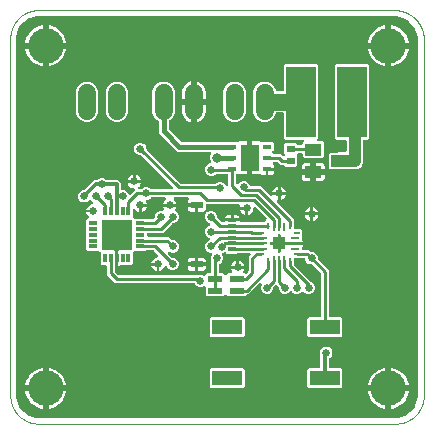
<source format=gtl>
G04 EAGLE Gerber X2 export*
%TF.Part,Single*%
%TF.FileFunction,Other,Top Layer*%
%TF.FilePolarity,Positive*%
%TF.GenerationSoftware,Autodesk,EAGLE,9.0.0*%
%TF.CreationDate,2018-05-03T06:00:41Z*%
G75*
%MOMM*%
%FSLAX35Y35*%
%LPD*%
%AMOC8*
5,1,8,0,0,1.08239X$1,22.5*%
G01*
%ADD10C,0.000000*%
%ADD11R,1.500000X2.300000*%
%ADD12R,0.710000X0.460000*%
%ADD13R,2.500000X2.500000*%
%ADD14R,0.300000X0.750000*%
%ADD15R,0.750000X0.300000*%
%ADD16R,2.500000X6.000000*%
%ADD17R,1.400000X1.000000*%
%ADD18R,0.700000X0.600000*%
%ADD19C,1.500000*%
%ADD20R,1.100000X1.100000*%
%ADD21R,0.250000X0.800000*%
%ADD22R,0.800000X0.250000*%
%ADD23R,0.550000X0.250000*%
%ADD24R,0.250000X0.550000*%
%ADD25R,2.540000X1.270000*%
%ADD26R,1.200000X0.600000*%
%ADD27R,0.700000X0.300000*%
%ADD28R,1.000000X0.600000*%
%ADD29C,0.450000*%
%ADD30C,3.000000*%
%ADD31C,0.650000*%
%ADD32C,0.250000*%
%ADD33C,0.350000*%
%ADD34C,0.300000*%
%ADD35C,0.800000*%
%ADD36C,0.500000*%
%ADD37C,1.016000*%
%ADD38C,1.400000*%
%ADD39C,0.254000*%

G36*
X248748Y50051D02*
X248748Y50051D01*
X249009Y50018D01*
X257682Y50474D01*
X259647Y50048D01*
X260322Y50074D01*
X260732Y50000D01*
X3239268Y50000D01*
X3242398Y50399D01*
X3242555Y50461D01*
X3250990Y50018D01*
X3251388Y50047D01*
X3251646Y50000D01*
X3256605Y50000D01*
X3256797Y50025D01*
X3256929Y50004D01*
X3281112Y50632D01*
X3283651Y51023D01*
X3284020Y51053D01*
X3337009Y65239D01*
X3339930Y66433D01*
X3340303Y66712D01*
X3340582Y66829D01*
X3386594Y96695D01*
X3389003Y98733D01*
X3389272Y99113D01*
X3389501Y99311D01*
X3424032Y141933D01*
X3424698Y143010D01*
X3424996Y143375D01*
X3425206Y143831D01*
X3425693Y144617D01*
X3425830Y145060D01*
X3425988Y145319D01*
X3445658Y196527D01*
X3446268Y199019D01*
X3446382Y199375D01*
X3449892Y225997D01*
X3449897Y227063D01*
X3449999Y227631D01*
X3449999Y3270503D01*
X3449801Y3272059D01*
X3449802Y3272719D01*
X3444862Y3300145D01*
X3444091Y3302594D01*
X3444004Y3302956D01*
X3420258Y3357024D01*
X3418634Y3359730D01*
X3418303Y3360057D01*
X3418145Y3360314D01*
X3378853Y3404398D01*
X3376472Y3406471D01*
X3376056Y3406678D01*
X3375826Y3406875D01*
X3324834Y3436660D01*
X3321930Y3437895D01*
X3321469Y3437964D01*
X3321190Y3438079D01*
X3263491Y3450649D01*
X3260933Y3450874D01*
X3260566Y3450933D01*
X3238291Y3450462D01*
X3238199Y3450448D01*
X3238106Y3450457D01*
X3237785Y3450387D01*
X3235182Y3449999D01*
X3228117Y3449999D01*
X3227339Y3449900D01*
X3226873Y3449937D01*
X3220079Y3449258D01*
X3219387Y3449467D01*
X3216275Y3449989D01*
X3215976Y3449963D01*
X3215777Y3449999D01*
X260732Y3449999D01*
X257601Y3449601D01*
X257445Y3449538D01*
X249011Y3449982D01*
X248613Y3449953D01*
X248354Y3449999D01*
X243393Y3449999D01*
X243201Y3449975D01*
X243069Y3449995D01*
X218888Y3449368D01*
X216348Y3448977D01*
X215980Y3448946D01*
X162991Y3434761D01*
X160070Y3433566D01*
X159697Y3433288D01*
X159418Y3433171D01*
X113406Y3403305D01*
X110997Y3401266D01*
X110728Y3400887D01*
X110499Y3400689D01*
X75968Y3358066D01*
X75072Y3356618D01*
X74939Y3356455D01*
X74845Y3356253D01*
X74307Y3355383D01*
X74169Y3354939D01*
X74012Y3354680D01*
X54342Y3303473D01*
X53732Y3300981D01*
X53618Y3300625D01*
X50108Y3274003D01*
X50103Y3272937D01*
X50000Y3272369D01*
X50000Y227631D01*
X50135Y226574D01*
X50108Y225997D01*
X53618Y199375D01*
X54273Y196892D01*
X54342Y196527D01*
X74012Y145319D01*
X74250Y144878D01*
X74375Y144508D01*
X74778Y143896D01*
X75507Y142540D01*
X75823Y142198D01*
X75968Y141933D01*
X110499Y99311D01*
X112779Y97129D01*
X113185Y96902D01*
X113406Y96695D01*
X159418Y66829D01*
X162261Y65458D01*
X162717Y65368D01*
X162991Y65239D01*
X215980Y51053D01*
X218523Y50708D01*
X218888Y50632D01*
X243072Y50004D01*
X243265Y50024D01*
X243396Y50000D01*
X248353Y50000D01*
X248748Y50051D01*
G37*
%LPC*%
G36*
X2527615Y732399D02*
X2527615Y732399D01*
X2515899Y744115D01*
X2515899Y887684D01*
X2527615Y899400D01*
X2617900Y899400D01*
X2619148Y899559D01*
X2620399Y899653D01*
X2620708Y899758D01*
X2621031Y899799D01*
X2622198Y900265D01*
X2623387Y900669D01*
X2623659Y900848D01*
X2623962Y900968D01*
X2624975Y901712D01*
X2626025Y902401D01*
X2626244Y902643D01*
X2626506Y902835D01*
X2627300Y903808D01*
X2628145Y904739D01*
X2628297Y905028D01*
X2628502Y905280D01*
X2629027Y906419D01*
X2629612Y907533D01*
X2629658Y907789D01*
X2629823Y908146D01*
X2630383Y911252D01*
X2630353Y911643D01*
X2630399Y911900D01*
X2630399Y1268460D01*
X2630261Y1269548D01*
X2630208Y1270641D01*
X2630063Y1271107D01*
X2630001Y1271591D01*
X2629595Y1272609D01*
X2629269Y1273654D01*
X2629054Y1273965D01*
X2628831Y1274522D01*
X2626965Y1277067D01*
X2626815Y1277189D01*
X2626738Y1277299D01*
X2560199Y1343838D01*
X2559332Y1344509D01*
X2558521Y1345245D01*
X2558089Y1345472D01*
X2557703Y1345770D01*
X2556698Y1346202D01*
X2555727Y1346712D01*
X2555354Y1346779D01*
X2554803Y1347016D01*
X2551684Y1347495D01*
X2551491Y1347476D01*
X2551360Y1347499D01*
X2539557Y1347499D01*
X2520261Y1355492D01*
X2505492Y1370261D01*
X2497499Y1389557D01*
X2497499Y1390000D01*
X2497341Y1391248D01*
X2497247Y1392499D01*
X2497142Y1392808D01*
X2497101Y1393131D01*
X2496635Y1394298D01*
X2496231Y1395487D01*
X2496052Y1395759D01*
X2495931Y1396062D01*
X2495189Y1397074D01*
X2494498Y1398125D01*
X2494257Y1398344D01*
X2494065Y1398606D01*
X2493092Y1399400D01*
X2492161Y1400245D01*
X2491872Y1400397D01*
X2491620Y1400602D01*
X2490481Y1401127D01*
X2489367Y1401712D01*
X2489110Y1401758D01*
X2488753Y1401923D01*
X2485648Y1402483D01*
X2485256Y1402453D01*
X2485000Y1402499D01*
X2410000Y1402499D01*
X2408752Y1402341D01*
X2407500Y1402247D01*
X2407192Y1402142D01*
X2406869Y1402101D01*
X2405702Y1401635D01*
X2404513Y1401231D01*
X2404241Y1401052D01*
X2403938Y1400931D01*
X2402924Y1400188D01*
X2401875Y1399498D01*
X2401656Y1399257D01*
X2401393Y1399065D01*
X2400599Y1398092D01*
X2399755Y1397161D01*
X2399603Y1396872D01*
X2399398Y1396620D01*
X2398873Y1395481D01*
X2398288Y1394367D01*
X2398242Y1394110D01*
X2398077Y1393753D01*
X2397517Y1390648D01*
X2397547Y1390256D01*
X2397500Y1390000D01*
X2397500Y1353639D01*
X2397639Y1352552D01*
X2397692Y1351458D01*
X2397837Y1350993D01*
X2397899Y1350509D01*
X2398305Y1349491D01*
X2398631Y1348445D01*
X2398846Y1348135D01*
X2399068Y1347578D01*
X2400935Y1345033D01*
X2401085Y1344911D01*
X2401161Y1344801D01*
X2547374Y1198588D01*
X2547553Y1198449D01*
X2547697Y1198277D01*
X2548163Y1197977D01*
X2549869Y1196656D01*
X2550924Y1196203D01*
X2551430Y1195878D01*
X2554739Y1194508D01*
X2569508Y1179739D01*
X2577500Y1160443D01*
X2577500Y1139557D01*
X2569508Y1120261D01*
X2554739Y1105492D01*
X2535443Y1097499D01*
X2514557Y1097499D01*
X2495261Y1105492D01*
X2483838Y1116915D01*
X2482846Y1117683D01*
X2481893Y1118503D01*
X2481600Y1118648D01*
X2481343Y1118847D01*
X2480190Y1119342D01*
X2479061Y1119898D01*
X2478742Y1119964D01*
X2478443Y1120092D01*
X2477202Y1120283D01*
X2475971Y1120538D01*
X2475647Y1120522D01*
X2475324Y1120572D01*
X2474070Y1120445D01*
X2472819Y1120384D01*
X2472509Y1120287D01*
X2472184Y1120254D01*
X2471004Y1119818D01*
X2469806Y1119445D01*
X2469593Y1119297D01*
X2469224Y1119161D01*
X2466632Y1117361D01*
X2466375Y1117063D01*
X2466162Y1116915D01*
X2454739Y1105492D01*
X2435443Y1097499D01*
X2414557Y1097499D01*
X2395261Y1105492D01*
X2383838Y1116915D01*
X2382846Y1117683D01*
X2381893Y1118503D01*
X2381600Y1118648D01*
X2381343Y1118847D01*
X2380190Y1119342D01*
X2379061Y1119898D01*
X2378742Y1119964D01*
X2378443Y1120092D01*
X2377202Y1120283D01*
X2375971Y1120538D01*
X2375647Y1120522D01*
X2375324Y1120572D01*
X2374070Y1120445D01*
X2372819Y1120384D01*
X2372509Y1120287D01*
X2372184Y1120254D01*
X2371004Y1119818D01*
X2369806Y1119445D01*
X2369593Y1119297D01*
X2369224Y1119161D01*
X2366632Y1117361D01*
X2366375Y1117063D01*
X2366162Y1116915D01*
X2354739Y1105492D01*
X2335443Y1097499D01*
X2314557Y1097499D01*
X2295261Y1105492D01*
X2280492Y1120261D01*
X2272499Y1139557D01*
X2272499Y1151360D01*
X2272361Y1152445D01*
X2272308Y1153541D01*
X2272163Y1154008D01*
X2272101Y1154491D01*
X2271695Y1155509D01*
X2271369Y1156554D01*
X2271154Y1156864D01*
X2270931Y1157422D01*
X2269065Y1159967D01*
X2268914Y1160090D01*
X2268838Y1160198D01*
X2258838Y1170199D01*
X2257848Y1170966D01*
X2256893Y1171788D01*
X2256600Y1171932D01*
X2256343Y1172131D01*
X2255190Y1172626D01*
X2254061Y1173182D01*
X2253742Y1173248D01*
X2253443Y1173376D01*
X2252202Y1173567D01*
X2250971Y1173822D01*
X2250647Y1173806D01*
X2250324Y1173856D01*
X2249070Y1173729D01*
X2247819Y1173668D01*
X2247509Y1173572D01*
X2247184Y1173539D01*
X2246004Y1173103D01*
X2244806Y1172730D01*
X2244593Y1172582D01*
X2244224Y1172445D01*
X2241632Y1170645D01*
X2241375Y1170347D01*
X2241162Y1170199D01*
X2231161Y1160199D01*
X2230490Y1159332D01*
X2229755Y1158521D01*
X2229528Y1158089D01*
X2229229Y1157703D01*
X2228798Y1156698D01*
X2228288Y1155727D01*
X2228221Y1155354D01*
X2227984Y1154803D01*
X2227504Y1151684D01*
X2227524Y1151491D01*
X2227500Y1151360D01*
X2227500Y1139557D01*
X2219508Y1120261D01*
X2204739Y1105492D01*
X2185443Y1097499D01*
X2164557Y1097499D01*
X2145261Y1105492D01*
X2130492Y1120261D01*
X2122499Y1139557D01*
X2122499Y1160443D01*
X2127510Y1172540D01*
X2127697Y1173227D01*
X2127978Y1173880D01*
X2128110Y1174742D01*
X2128340Y1175584D01*
X2128349Y1176295D01*
X2128458Y1176999D01*
X2128370Y1177869D01*
X2128381Y1178740D01*
X2128212Y1179430D01*
X2128140Y1180139D01*
X2127838Y1180958D01*
X2127630Y1181805D01*
X2127293Y1182432D01*
X2127047Y1183099D01*
X2126549Y1183817D01*
X2126136Y1184585D01*
X2125653Y1185107D01*
X2125247Y1185692D01*
X2124584Y1186262D01*
X2123993Y1186902D01*
X2123395Y1187285D01*
X2122855Y1187750D01*
X2122070Y1188137D01*
X2121338Y1188608D01*
X2120663Y1188830D01*
X2120023Y1189144D01*
X2119169Y1189322D01*
X2118340Y1189594D01*
X2117629Y1189641D01*
X2116933Y1189785D01*
X2116063Y1189742D01*
X2115191Y1189799D01*
X2114491Y1189665D01*
X2113781Y1189631D01*
X2112949Y1189372D01*
X2112091Y1189208D01*
X2111447Y1188904D01*
X2110768Y1188692D01*
X2110275Y1188350D01*
X2109238Y1187859D01*
X2107581Y1186479D01*
X2107124Y1186162D01*
X2015462Y1094499D01*
X2005962Y1094499D01*
X2004874Y1094361D01*
X2003781Y1094308D01*
X2003315Y1094163D01*
X2002831Y1094101D01*
X2001813Y1093695D01*
X2000768Y1093369D01*
X2000457Y1093154D01*
X1999900Y1092931D01*
X1997355Y1091065D01*
X1997233Y1090915D01*
X1997123Y1090838D01*
X1983284Y1076999D01*
X1846715Y1076999D01*
X1833838Y1089877D01*
X1832846Y1090645D01*
X1831893Y1091465D01*
X1831600Y1091609D01*
X1831343Y1091808D01*
X1830190Y1092304D01*
X1829061Y1092859D01*
X1828742Y1092926D01*
X1828443Y1093054D01*
X1827202Y1093245D01*
X1825971Y1093500D01*
X1825647Y1093484D01*
X1825324Y1093533D01*
X1824070Y1093407D01*
X1822819Y1093346D01*
X1822509Y1093249D01*
X1822184Y1093216D01*
X1821004Y1092780D01*
X1819806Y1092407D01*
X1819593Y1092259D01*
X1819224Y1092123D01*
X1816632Y1090323D01*
X1816375Y1090025D01*
X1816162Y1089877D01*
X1803284Y1076999D01*
X1666715Y1076999D01*
X1654999Y1088715D01*
X1654999Y1152206D01*
X1654930Y1152752D01*
X1654951Y1153301D01*
X1654732Y1154311D01*
X1654601Y1155337D01*
X1654397Y1155847D01*
X1654280Y1156384D01*
X1653814Y1157307D01*
X1653431Y1158268D01*
X1653106Y1158711D01*
X1652858Y1159202D01*
X1652176Y1159978D01*
X1651565Y1160812D01*
X1651139Y1161160D01*
X1650776Y1161573D01*
X1649920Y1162155D01*
X1649120Y1162808D01*
X1648622Y1163038D01*
X1648166Y1163348D01*
X1647192Y1163696D01*
X1646253Y1164128D01*
X1645712Y1164226D01*
X1645195Y1164411D01*
X1644166Y1164505D01*
X1643148Y1164688D01*
X1642599Y1164648D01*
X1642052Y1164697D01*
X1641416Y1164559D01*
X1640001Y1164453D01*
X1638352Y1163892D01*
X1637717Y1163754D01*
X1618905Y1155962D01*
X1598019Y1155962D01*
X1578723Y1163954D01*
X1563955Y1178723D01*
X1561444Y1184783D01*
X1561252Y1185121D01*
X1561127Y1185487D01*
X1560471Y1186486D01*
X1559878Y1187523D01*
X1559608Y1187800D01*
X1559395Y1188125D01*
X1558508Y1188929D01*
X1557676Y1189783D01*
X1557344Y1189984D01*
X1557057Y1190245D01*
X1555999Y1190801D01*
X1554978Y1191420D01*
X1554606Y1191532D01*
X1554263Y1191712D01*
X1553623Y1191827D01*
X1551955Y1192329D01*
X1550537Y1192384D01*
X1549896Y1192499D01*
X886538Y1192499D01*
X817499Y1261538D01*
X817499Y1330000D01*
X817341Y1331247D01*
X817247Y1332499D01*
X817142Y1332808D01*
X817101Y1333131D01*
X816635Y1334298D01*
X816231Y1335487D01*
X816052Y1335759D01*
X815931Y1336062D01*
X815188Y1337075D01*
X814498Y1338125D01*
X814257Y1338344D01*
X814065Y1338606D01*
X813092Y1339400D01*
X812161Y1340245D01*
X811872Y1340397D01*
X811620Y1340602D01*
X810481Y1341127D01*
X809367Y1341712D01*
X809110Y1341758D01*
X808753Y1341923D01*
X805648Y1342483D01*
X805256Y1342453D01*
X805000Y1342499D01*
X776715Y1342499D01*
X764999Y1354215D01*
X764999Y1444228D01*
X764854Y1445368D01*
X764788Y1446518D01*
X764655Y1446930D01*
X764601Y1447358D01*
X764175Y1448425D01*
X763823Y1449523D01*
X763591Y1449889D01*
X763431Y1450289D01*
X762751Y1451216D01*
X762135Y1452190D01*
X761877Y1452408D01*
X761565Y1452834D01*
X759820Y1454258D01*
X754248Y1459831D01*
X753726Y1460625D01*
X753406Y1460915D01*
X753144Y1461259D01*
X752240Y1461973D01*
X751388Y1462745D01*
X751006Y1462946D01*
X750666Y1463213D01*
X749613Y1463677D01*
X748594Y1464212D01*
X748261Y1464272D01*
X747778Y1464485D01*
X744663Y1464992D01*
X744402Y1464968D01*
X744228Y1464999D01*
X654215Y1464999D01*
X642499Y1476715D01*
X642499Y1723284D01*
X654400Y1735185D01*
X655756Y1735322D01*
X655909Y1735378D01*
X656070Y1735399D01*
X657386Y1735924D01*
X658716Y1736415D01*
X658850Y1736508D01*
X659001Y1736568D01*
X660146Y1737408D01*
X661308Y1738215D01*
X661415Y1738339D01*
X661546Y1738435D01*
X662442Y1739532D01*
X663367Y1740607D01*
X663439Y1740754D01*
X663542Y1740880D01*
X664131Y1742159D01*
X664761Y1743438D01*
X664794Y1743598D01*
X664862Y1743746D01*
X665113Y1745140D01*
X665401Y1746529D01*
X665393Y1746692D01*
X665422Y1746852D01*
X665316Y1748265D01*
X665247Y1749681D01*
X665199Y1749837D01*
X665187Y1749999D01*
X664731Y1751338D01*
X664309Y1752694D01*
X664233Y1752804D01*
X664170Y1752987D01*
X662438Y1755625D01*
X661993Y1756028D01*
X661778Y1756338D01*
X655026Y1763090D01*
X648688Y1772574D01*
X644324Y1783111D01*
X643452Y1787499D01*
X699997Y1787499D01*
X701244Y1787658D01*
X702496Y1787751D01*
X702804Y1787856D01*
X703127Y1787897D01*
X704295Y1788363D01*
X705483Y1788768D01*
X705755Y1788946D01*
X706058Y1789067D01*
X707072Y1789810D01*
X708122Y1790500D01*
X708340Y1790741D01*
X708603Y1790933D01*
X709397Y1791906D01*
X710242Y1792838D01*
X710393Y1793127D01*
X710599Y1793378D01*
X711123Y1794515D01*
X711708Y1795632D01*
X711755Y1795888D01*
X711919Y1796245D01*
X712479Y1799350D01*
X712479Y1799353D01*
X712450Y1799743D01*
X712496Y1799998D01*
X712496Y1800001D01*
X712337Y1801249D01*
X712243Y1802501D01*
X712139Y1802809D01*
X712098Y1803132D01*
X711632Y1804299D01*
X711227Y1805488D01*
X711049Y1805760D01*
X710928Y1806063D01*
X710184Y1807077D01*
X709495Y1808126D01*
X709254Y1808345D01*
X709061Y1808608D01*
X708089Y1809402D01*
X707157Y1810246D01*
X706868Y1810398D01*
X706617Y1810603D01*
X705478Y1811128D01*
X704363Y1811713D01*
X704107Y1811759D01*
X703750Y1811924D01*
X700644Y1812484D01*
X700253Y1812454D01*
X699997Y1812501D01*
X643451Y1812501D01*
X644324Y1816889D01*
X648688Y1827425D01*
X655025Y1836909D01*
X663091Y1844974D01*
X672574Y1851311D01*
X683109Y1855675D01*
X691382Y1857320D01*
X692395Y1857659D01*
X693428Y1857913D01*
X693883Y1858157D01*
X694375Y1858322D01*
X695270Y1858903D01*
X696207Y1859408D01*
X696587Y1859759D01*
X697021Y1860041D01*
X697742Y1860828D01*
X698523Y1861551D01*
X698803Y1861986D01*
X699153Y1862368D01*
X699653Y1863310D01*
X700229Y1864206D01*
X700391Y1864698D01*
X700633Y1865155D01*
X700882Y1866191D01*
X701215Y1867204D01*
X701248Y1867721D01*
X701369Y1868224D01*
X701350Y1869290D01*
X701419Y1870353D01*
X701322Y1870862D01*
X701313Y1871379D01*
X701028Y1872405D01*
X700828Y1873453D01*
X700606Y1873922D01*
X700468Y1874420D01*
X699935Y1875341D01*
X699478Y1876307D01*
X699147Y1876705D01*
X698888Y1877152D01*
X698141Y1877912D01*
X697458Y1878731D01*
X697123Y1878946D01*
X696674Y1879402D01*
X695867Y1879886D01*
X683838Y1891915D01*
X682842Y1892686D01*
X681892Y1893503D01*
X681601Y1893647D01*
X681343Y1893847D01*
X680189Y1894342D01*
X679061Y1894898D01*
X678741Y1894964D01*
X678443Y1895092D01*
X677202Y1895283D01*
X675971Y1895538D01*
X675646Y1895522D01*
X675324Y1895572D01*
X674070Y1895445D01*
X672819Y1895384D01*
X672509Y1895287D01*
X672184Y1895254D01*
X671003Y1894818D01*
X669806Y1894445D01*
X669592Y1894297D01*
X669223Y1894161D01*
X666631Y1892361D01*
X666375Y1892063D01*
X666161Y1891915D01*
X654739Y1880492D01*
X635443Y1872499D01*
X614557Y1872499D01*
X595261Y1880492D01*
X580492Y1895261D01*
X572499Y1914557D01*
X572499Y1935443D01*
X580492Y1954739D01*
X595261Y1969508D01*
X614557Y1977500D01*
X622825Y1977500D01*
X623913Y1977639D01*
X625006Y1977692D01*
X625471Y1977837D01*
X625955Y1977899D01*
X626973Y1978305D01*
X628019Y1978631D01*
X628329Y1978846D01*
X628886Y1979068D01*
X631431Y1980935D01*
X631553Y1981085D01*
X631663Y1981161D01*
X710502Y2060000D01*
X730576Y2060000D01*
X731664Y2060139D01*
X732757Y2060192D01*
X733222Y2060337D01*
X733707Y2060399D01*
X734725Y2060805D01*
X735770Y2061131D01*
X736080Y2061346D01*
X736638Y2061568D01*
X739182Y2063435D01*
X739305Y2063585D01*
X739414Y2063661D01*
X745261Y2069508D01*
X764557Y2077500D01*
X785443Y2077500D01*
X804739Y2069508D01*
X810585Y2063661D01*
X811452Y2062990D01*
X812263Y2062255D01*
X812695Y2062028D01*
X813081Y2061729D01*
X814086Y2061298D01*
X815057Y2060788D01*
X815430Y2060721D01*
X815981Y2060484D01*
X819100Y2060004D01*
X819293Y2060024D01*
X819424Y2060000D01*
X914498Y2060000D01*
X935000Y2039498D01*
X935000Y1990000D01*
X935159Y1988752D01*
X935253Y1987500D01*
X935358Y1987192D01*
X935399Y1986869D01*
X935865Y1985702D01*
X936269Y1984513D01*
X936448Y1984241D01*
X936568Y1983938D01*
X937312Y1982924D01*
X938001Y1981875D01*
X938243Y1981656D01*
X938435Y1981393D01*
X939408Y1980599D01*
X940339Y1979755D01*
X940628Y1979603D01*
X940880Y1979398D01*
X942019Y1978873D01*
X943133Y1978288D01*
X943389Y1978242D01*
X943746Y1978077D01*
X946852Y1977517D01*
X947243Y1977547D01*
X947500Y1977500D01*
X960443Y1977500D01*
X979739Y1969508D01*
X994508Y1954739D01*
X998851Y1944254D01*
X999123Y1943778D01*
X999314Y1943261D01*
X999904Y1942411D01*
X1000417Y1941514D01*
X1000800Y1941121D01*
X1001114Y1940669D01*
X1001898Y1939994D01*
X1002619Y1939254D01*
X1003088Y1938969D01*
X1003506Y1938610D01*
X1004435Y1938153D01*
X1005318Y1937618D01*
X1005843Y1937459D01*
X1006337Y1937216D01*
X1007350Y1937007D01*
X1008340Y1936709D01*
X1008889Y1936688D01*
X1009427Y1936576D01*
X1010460Y1936626D01*
X1011493Y1936586D01*
X1012031Y1936703D01*
X1012579Y1936730D01*
X1013566Y1937037D01*
X1014577Y1937257D01*
X1015068Y1937505D01*
X1015593Y1937668D01*
X1016127Y1938039D01*
X1017394Y1938679D01*
X1018703Y1939828D01*
X1019237Y1940199D01*
X1050149Y1971111D01*
X1050268Y1971265D01*
X1050418Y1971388D01*
X1051230Y1972507D01*
X1052081Y1973606D01*
X1052157Y1973785D01*
X1052272Y1973942D01*
X1052779Y1975234D01*
X1053326Y1976506D01*
X1053356Y1976698D01*
X1053427Y1976879D01*
X1053595Y1978254D01*
X1053806Y1979625D01*
X1053786Y1979819D01*
X1053810Y1980012D01*
X1053628Y1981387D01*
X1053488Y1982765D01*
X1053421Y1982948D01*
X1053396Y1983140D01*
X1052875Y1984426D01*
X1052395Y1985726D01*
X1052284Y1985885D01*
X1052211Y1986065D01*
X1051387Y1987177D01*
X1050595Y1988318D01*
X1050447Y1988445D01*
X1050332Y1988601D01*
X1049258Y1989468D01*
X1048203Y1990377D01*
X1048028Y1990463D01*
X1047878Y1990584D01*
X1047398Y1990773D01*
X1045372Y1991771D01*
X1044295Y1991994D01*
X1043748Y1992209D01*
X1033109Y1994325D01*
X1022574Y1998688D01*
X1013091Y2005025D01*
X1005025Y2013091D01*
X998688Y2022574D01*
X994324Y2033111D01*
X993452Y2037499D01*
X1049997Y2037499D01*
X1050000Y2037499D01*
X1050003Y2037499D01*
X1106548Y2037499D01*
X1105675Y2033111D01*
X1101311Y2022574D01*
X1094974Y2013091D01*
X1086366Y2004483D01*
X1085796Y2004064D01*
X1085469Y2003664D01*
X1085080Y2003326D01*
X1084476Y2002447D01*
X1083800Y2001620D01*
X1083585Y2001152D01*
X1083292Y2000726D01*
X1082926Y1999722D01*
X1082480Y1998753D01*
X1082388Y1998245D01*
X1082212Y1997761D01*
X1082109Y1996698D01*
X1081920Y1995648D01*
X1081958Y1995133D01*
X1081909Y1994619D01*
X1082076Y1993565D01*
X1082156Y1992500D01*
X1082322Y1992012D01*
X1082403Y1991502D01*
X1082828Y1990523D01*
X1083172Y1989513D01*
X1083455Y1989081D01*
X1083661Y1988608D01*
X1084318Y1987768D01*
X1084904Y1986875D01*
X1085287Y1986528D01*
X1085604Y1986122D01*
X1086451Y1985472D01*
X1087242Y1984755D01*
X1087698Y1984515D01*
X1088108Y1984201D01*
X1089092Y1983783D01*
X1090036Y1983288D01*
X1090427Y1983218D01*
X1091013Y1982968D01*
X1094135Y1982503D01*
X1094294Y1982520D01*
X1094403Y1982500D01*
X1103076Y1982500D01*
X1104164Y1982639D01*
X1105257Y1982692D01*
X1105722Y1982837D01*
X1106207Y1982899D01*
X1107225Y1983305D01*
X1108270Y1983631D01*
X1108580Y1983846D01*
X1109138Y1984068D01*
X1111682Y1985935D01*
X1111805Y1986085D01*
X1111914Y1986161D01*
X1120261Y1994508D01*
X1139557Y2002500D01*
X1160443Y2002500D01*
X1179739Y1994508D01*
X1188085Y1986161D01*
X1188952Y1985490D01*
X1189763Y1984755D01*
X1190195Y1984528D01*
X1190581Y1984229D01*
X1191586Y1983798D01*
X1192557Y1983288D01*
X1192930Y1983221D01*
X1193481Y1982984D01*
X1196600Y1982504D01*
X1196793Y1982524D01*
X1196924Y1982500D01*
X1366361Y1982500D01*
X1367763Y1982679D01*
X1369177Y1982822D01*
X1369330Y1982878D01*
X1369492Y1982899D01*
X1370806Y1983423D01*
X1372137Y1983915D01*
X1372271Y1984008D01*
X1372423Y1984068D01*
X1373562Y1984904D01*
X1374729Y1985715D01*
X1374836Y1985838D01*
X1374967Y1985935D01*
X1375860Y1987029D01*
X1376788Y1988107D01*
X1376861Y1988254D01*
X1376963Y1988380D01*
X1377553Y1989662D01*
X1378182Y1990938D01*
X1378215Y1991098D01*
X1378283Y1991246D01*
X1378535Y1992639D01*
X1378823Y1994028D01*
X1378814Y1994192D01*
X1378843Y1994352D01*
X1378738Y1995766D01*
X1378668Y1997181D01*
X1378620Y1997336D01*
X1378608Y1997499D01*
X1378152Y1998838D01*
X1377730Y2000194D01*
X1377654Y2000303D01*
X1377592Y2000487D01*
X1375859Y2003125D01*
X1375415Y2003528D01*
X1375199Y2003838D01*
X1110199Y2268838D01*
X1109332Y2269509D01*
X1108521Y2270245D01*
X1108089Y2270472D01*
X1107703Y2270770D01*
X1106698Y2271202D01*
X1105727Y2271712D01*
X1105354Y2271779D01*
X1104803Y2272016D01*
X1101684Y2272495D01*
X1101491Y2272476D01*
X1101360Y2272499D01*
X1089557Y2272499D01*
X1070261Y2280492D01*
X1055492Y2295261D01*
X1047499Y2314557D01*
X1047499Y2335443D01*
X1055492Y2354739D01*
X1070261Y2369508D01*
X1089557Y2377500D01*
X1110443Y2377500D01*
X1129739Y2369508D01*
X1144508Y2354739D01*
X1152500Y2335443D01*
X1152500Y2323639D01*
X1152639Y2322552D01*
X1152692Y2321458D01*
X1152837Y2320993D01*
X1152899Y2320509D01*
X1153305Y2319491D01*
X1153631Y2318445D01*
X1153846Y2318135D01*
X1154068Y2317578D01*
X1155935Y2315033D01*
X1156085Y2314911D01*
X1156161Y2314801D01*
X1434801Y2036161D01*
X1435668Y2035490D01*
X1436479Y2034755D01*
X1436911Y2034528D01*
X1437296Y2034229D01*
X1438302Y2033798D01*
X1439273Y2033288D01*
X1439645Y2033221D01*
X1440196Y2032984D01*
X1443315Y2032504D01*
X1443508Y2032524D01*
X1443639Y2032500D01*
X1733876Y2032500D01*
X1734964Y2032639D01*
X1736057Y2032692D01*
X1736522Y2032837D01*
X1737007Y2032899D01*
X1738025Y2033305D01*
X1739070Y2033631D01*
X1739380Y2033846D01*
X1739938Y2034068D01*
X1742482Y2035935D01*
X1742605Y2036085D01*
X1742714Y2036161D01*
X1745261Y2038708D01*
X1764557Y2046700D01*
X1785443Y2046700D01*
X1804739Y2038708D01*
X1819508Y2023939D01*
X1820452Y2021659D01*
X1820805Y2021041D01*
X1821069Y2020380D01*
X1821585Y2019677D01*
X1822018Y2018919D01*
X1822515Y2018409D01*
X1822935Y2017835D01*
X1823610Y2017284D01*
X1824220Y2016658D01*
X1824830Y2016289D01*
X1825380Y2015839D01*
X1826172Y2015475D01*
X1826918Y2015022D01*
X1827600Y2014817D01*
X1828247Y2014519D01*
X1829106Y2014364D01*
X1829941Y2014113D01*
X1830651Y2014085D01*
X1831352Y2013959D01*
X1832223Y2014024D01*
X1833094Y2013990D01*
X1833789Y2014142D01*
X1834499Y2014195D01*
X1835324Y2014475D01*
X1836178Y2014661D01*
X1836814Y2014982D01*
X1837487Y2015211D01*
X1838215Y2015689D01*
X1838995Y2016083D01*
X1839531Y2016553D01*
X1840125Y2016943D01*
X1840711Y2017589D01*
X1841367Y2018165D01*
X1841767Y2018753D01*
X1842245Y2019281D01*
X1842651Y2020054D01*
X1843141Y2020775D01*
X1843381Y2021444D01*
X1843712Y2022075D01*
X1843818Y2022666D01*
X1844205Y2023746D01*
X1844401Y2025895D01*
X1844499Y2026442D01*
X1844499Y2100500D01*
X1844341Y2101748D01*
X1844247Y2102999D01*
X1844142Y2103308D01*
X1844101Y2103631D01*
X1843635Y2104798D01*
X1843231Y2105987D01*
X1843052Y2106259D01*
X1842931Y2106562D01*
X1842188Y2107575D01*
X1841498Y2108625D01*
X1841258Y2108843D01*
X1841065Y2109106D01*
X1840092Y2109900D01*
X1839161Y2110745D01*
X1838872Y2110897D01*
X1838620Y2111102D01*
X1837481Y2111627D01*
X1836367Y2112212D01*
X1836110Y2112258D01*
X1835753Y2112423D01*
X1833361Y2112854D01*
X1832376Y2113838D01*
X1831510Y2114509D01*
X1830698Y2115245D01*
X1830267Y2115472D01*
X1829881Y2115770D01*
X1828875Y2116202D01*
X1827904Y2116712D01*
X1827532Y2116779D01*
X1826981Y2117016D01*
X1823862Y2117495D01*
X1823669Y2117476D01*
X1823538Y2117499D01*
X1746923Y2117499D01*
X1745836Y2117361D01*
X1744742Y2117308D01*
X1744277Y2117163D01*
X1743793Y2117101D01*
X1742775Y2116695D01*
X1741729Y2116369D01*
X1741419Y2116154D01*
X1740862Y2115931D01*
X1738317Y2114065D01*
X1738194Y2113914D01*
X1738085Y2113838D01*
X1729739Y2105492D01*
X1710443Y2097499D01*
X1689557Y2097499D01*
X1670261Y2105492D01*
X1655492Y2120261D01*
X1647499Y2139557D01*
X1647499Y2160443D01*
X1655492Y2179739D01*
X1670261Y2194508D01*
X1690961Y2203082D01*
X1692052Y2203705D01*
X1693173Y2204272D01*
X1693417Y2204486D01*
X1693701Y2204648D01*
X1694602Y2205526D01*
X1695545Y2206354D01*
X1695728Y2206623D01*
X1695961Y2206850D01*
X1696614Y2207926D01*
X1697319Y2208964D01*
X1697428Y2209269D01*
X1697598Y2209548D01*
X1697960Y2210754D01*
X1698383Y2211935D01*
X1698412Y2212258D01*
X1698506Y2212571D01*
X1698555Y2213828D01*
X1698669Y2215078D01*
X1698613Y2215332D01*
X1698629Y2215724D01*
X1697958Y2218808D01*
X1697781Y2219159D01*
X1697725Y2219413D01*
X1689999Y2238065D01*
X1689999Y2261935D01*
X1699229Y2284217D01*
X1699374Y2284747D01*
X1699604Y2285247D01*
X1699787Y2286264D01*
X1700059Y2287261D01*
X1700066Y2287811D01*
X1700164Y2288352D01*
X1700087Y2289383D01*
X1700100Y2290417D01*
X1699969Y2290951D01*
X1699928Y2291499D01*
X1699595Y2292478D01*
X1699349Y2293482D01*
X1699089Y2293967D01*
X1698912Y2294487D01*
X1698344Y2295351D01*
X1697855Y2296262D01*
X1697482Y2296665D01*
X1697180Y2297125D01*
X1696414Y2297819D01*
X1695712Y2298578D01*
X1695249Y2298876D01*
X1694842Y2299245D01*
X1693927Y2299725D01*
X1693057Y2300284D01*
X1692535Y2300456D01*
X1692048Y2300712D01*
X1691408Y2300828D01*
X1690059Y2301271D01*
X1688321Y2301384D01*
X1687681Y2301499D01*
X1411396Y2301499D01*
X1255499Y2457396D01*
X1255499Y2556425D01*
X1255451Y2556809D01*
X1255476Y2557197D01*
X1255252Y2558372D01*
X1255101Y2559555D01*
X1254958Y2559915D01*
X1254885Y2560297D01*
X1254374Y2561377D01*
X1253931Y2562486D01*
X1253702Y2562799D01*
X1253536Y2563150D01*
X1252772Y2564067D01*
X1252065Y2565031D01*
X1251764Y2565276D01*
X1251516Y2565574D01*
X1250967Y2565927D01*
X1249620Y2567027D01*
X1248332Y2567620D01*
X1247783Y2567973D01*
X1244186Y2569463D01*
X1217462Y2596187D01*
X1202999Y2631103D01*
X1202999Y2818897D01*
X1217462Y2853813D01*
X1244187Y2880538D01*
X1279103Y2895000D01*
X1316897Y2895000D01*
X1351813Y2880538D01*
X1378538Y2853813D01*
X1393000Y2818897D01*
X1393000Y2631103D01*
X1378538Y2596187D01*
X1351814Y2569463D01*
X1348217Y2567973D01*
X1347879Y2567780D01*
X1347513Y2567655D01*
X1346514Y2566999D01*
X1345477Y2566407D01*
X1345200Y2566137D01*
X1344875Y2565923D01*
X1344071Y2565037D01*
X1343217Y2564204D01*
X1343016Y2563873D01*
X1342755Y2563585D01*
X1342199Y2562527D01*
X1341580Y2561506D01*
X1341468Y2561134D01*
X1341288Y2560791D01*
X1341173Y2560152D01*
X1340671Y2558484D01*
X1340616Y2557065D01*
X1340500Y2556425D01*
X1340500Y2497782D01*
X1340639Y2496694D01*
X1340692Y2495601D01*
X1340837Y2495135D01*
X1340899Y2494651D01*
X1341305Y2493633D01*
X1341631Y2492588D01*
X1341846Y2492277D01*
X1342068Y2491720D01*
X1343935Y2489175D01*
X1344085Y2489053D01*
X1344161Y2488943D01*
X1442943Y2390161D01*
X1443810Y2389490D01*
X1444621Y2388755D01*
X1445053Y2388528D01*
X1445438Y2388229D01*
X1446444Y2387798D01*
X1447415Y2387288D01*
X1447788Y2387221D01*
X1448338Y2386984D01*
X1451458Y2386504D01*
X1451651Y2386524D01*
X1451782Y2386500D01*
X1827538Y2386500D01*
X1828626Y2386639D01*
X1829719Y2386692D01*
X1830184Y2386837D01*
X1830668Y2386899D01*
X1830923Y2387000D01*
X1920998Y2387000D01*
X1921906Y2386206D01*
X1922245Y2386035D01*
X1922544Y2385803D01*
X1923648Y2385329D01*
X1924725Y2384788D01*
X1925096Y2384707D01*
X1925444Y2384558D01*
X1926634Y2384375D01*
X1927810Y2384121D01*
X1928188Y2384136D01*
X1928563Y2384078D01*
X1929761Y2384199D01*
X1930963Y2384248D01*
X1931245Y2384349D01*
X1931703Y2384395D01*
X1934663Y2385488D01*
X1934932Y2385675D01*
X1935138Y2385749D01*
X1940196Y2388669D01*
X1946655Y2390400D01*
X2000001Y2390400D01*
X2000001Y2262501D01*
X2000160Y2261253D01*
X2000253Y2260002D01*
X2000358Y2259693D01*
X2000399Y2259370D01*
X2000865Y2258203D01*
X2001270Y2257014D01*
X2001448Y2256742D01*
X2001569Y2256439D01*
X2002313Y2255426D01*
X2003002Y2254376D01*
X2003243Y2254157D01*
X2003436Y2253895D01*
X2004408Y2253101D01*
X2005340Y2252256D01*
X2005629Y2252104D01*
X2005880Y2251899D01*
X2007019Y2251374D01*
X2008134Y2250789D01*
X2008390Y2250743D01*
X2008747Y2250578D01*
X2011853Y2250018D01*
X2012244Y2250048D01*
X2012500Y2250002D01*
X2037499Y2250002D01*
X2038747Y2250160D01*
X2039998Y2250254D01*
X2040307Y2250359D01*
X2040630Y2250400D01*
X2041797Y2250866D01*
X2042986Y2251270D01*
X2043258Y2251449D01*
X2043561Y2251570D01*
X2044574Y2252313D01*
X2045624Y2253003D01*
X2045843Y2253244D01*
X2046105Y2253436D01*
X2046899Y2254409D01*
X2047744Y2255340D01*
X2047896Y2255629D01*
X2048101Y2255881D01*
X2048626Y2257020D01*
X2049211Y2258134D01*
X2049257Y2258391D01*
X2049422Y2258748D01*
X2049982Y2261853D01*
X2049952Y2262245D01*
X2049998Y2262501D01*
X2049998Y2390400D01*
X2103344Y2390400D01*
X2109804Y2388669D01*
X2114228Y2386115D01*
X2115337Y2385650D01*
X2116417Y2385118D01*
X2116789Y2385042D01*
X2117139Y2384895D01*
X2118330Y2384722D01*
X2119508Y2384478D01*
X2119886Y2384497D01*
X2120262Y2384442D01*
X2121459Y2384573D01*
X2122660Y2384632D01*
X2123021Y2384745D01*
X2123399Y2384786D01*
X2124528Y2385214D01*
X2125673Y2385571D01*
X2125918Y2385742D01*
X2126350Y2385905D01*
X2128927Y2387728D01*
X2129137Y2387977D01*
X2129171Y2388000D01*
X2216784Y2388000D01*
X2228500Y2376284D01*
X2228500Y2313715D01*
X2221123Y2306338D01*
X2220356Y2305348D01*
X2219534Y2304393D01*
X2219390Y2304100D01*
X2219191Y2303843D01*
X2218696Y2302690D01*
X2218140Y2301561D01*
X2218074Y2301242D01*
X2217946Y2300943D01*
X2217755Y2299702D01*
X2217500Y2298471D01*
X2217516Y2298147D01*
X2217466Y2297824D01*
X2217593Y2296568D01*
X2217654Y2295319D01*
X2217751Y2295009D01*
X2217783Y2294684D01*
X2218219Y2293504D01*
X2218593Y2292306D01*
X2218741Y2292093D01*
X2218877Y2291724D01*
X2220677Y2289132D01*
X2220975Y2288875D01*
X2221123Y2288662D01*
X2223623Y2286161D01*
X2224490Y2285490D01*
X2225301Y2284755D01*
X2225733Y2284528D01*
X2226119Y2284229D01*
X2227124Y2283798D01*
X2228095Y2283288D01*
X2228468Y2283221D01*
X2229019Y2282984D01*
X2232138Y2282504D01*
X2232331Y2282524D01*
X2232462Y2282500D01*
X2288462Y2282500D01*
X2305000Y2265962D01*
X2305929Y2265243D01*
X2306589Y2264644D01*
X2306697Y2264588D01*
X2306946Y2264373D01*
X2307238Y2264229D01*
X2307496Y2264030D01*
X2308648Y2263535D01*
X2309778Y2262979D01*
X2310097Y2262913D01*
X2310396Y2262785D01*
X2311636Y2262594D01*
X2312868Y2262339D01*
X2313192Y2262355D01*
X2313515Y2262305D01*
X2314769Y2262432D01*
X2316020Y2262493D01*
X2316330Y2262589D01*
X2316655Y2262622D01*
X2317836Y2263058D01*
X2319033Y2263431D01*
X2319246Y2263579D01*
X2319615Y2263716D01*
X2319930Y2263934D01*
X2319989Y2263958D01*
X2320438Y2264287D01*
X2322207Y2265516D01*
X2322338Y2265667D01*
X2322407Y2265715D01*
X2322444Y2265759D01*
X2322534Y2265824D01*
X2322605Y2265912D01*
X2322677Y2265962D01*
X2322877Y2266161D01*
X2323645Y2267154D01*
X2324465Y2268107D01*
X2324609Y2268399D01*
X2324808Y2268657D01*
X2325303Y2269809D01*
X2325859Y2270938D01*
X2325926Y2271258D01*
X2326054Y2271557D01*
X2326245Y2272797D01*
X2326500Y2274028D01*
X2326484Y2274353D01*
X2326533Y2274676D01*
X2326407Y2275930D01*
X2326346Y2277181D01*
X2326249Y2277491D01*
X2326216Y2277816D01*
X2325780Y2278997D01*
X2325407Y2280194D01*
X2325259Y2280407D01*
X2325123Y2280776D01*
X2323323Y2283368D01*
X2323025Y2283625D01*
X2322877Y2283838D01*
X2319999Y2286715D01*
X2319999Y2363284D01*
X2331715Y2375000D01*
X2418284Y2375000D01*
X2432123Y2361161D01*
X2432990Y2360490D01*
X2433801Y2359755D01*
X2434233Y2359528D01*
X2434618Y2359229D01*
X2435625Y2358797D01*
X2436595Y2358288D01*
X2436967Y2358221D01*
X2437518Y2357984D01*
X2440638Y2357504D01*
X2440831Y2357524D01*
X2440962Y2357500D01*
X2462500Y2357500D01*
X2463748Y2357659D01*
X2464999Y2357753D01*
X2465308Y2357858D01*
X2465631Y2357899D01*
X2466798Y2358365D01*
X2467987Y2358769D01*
X2468259Y2358948D01*
X2468562Y2359068D01*
X2469575Y2359812D01*
X2470625Y2360501D01*
X2470844Y2360743D01*
X2471106Y2360935D01*
X2471900Y2361908D01*
X2472745Y2362839D01*
X2472897Y2363128D01*
X2473102Y2363380D01*
X2473625Y2364514D01*
X2474212Y2365633D01*
X2474258Y2365889D01*
X2474423Y2366246D01*
X2474983Y2369352D01*
X2474953Y2369743D01*
X2474999Y2370000D01*
X2474999Y2378285D01*
X2480377Y2383662D01*
X2481244Y2384781D01*
X2482141Y2385880D01*
X2482208Y2386028D01*
X2482309Y2386157D01*
X2482869Y2387461D01*
X2483461Y2388747D01*
X2483490Y2388907D01*
X2483554Y2389057D01*
X2483770Y2390460D01*
X2484021Y2391852D01*
X2484009Y2392014D01*
X2484034Y2392176D01*
X2483891Y2393592D01*
X2483785Y2394999D01*
X2483733Y2395153D01*
X2483717Y2395316D01*
X2483225Y2396645D01*
X2482769Y2397987D01*
X2482679Y2398123D01*
X2482623Y2398276D01*
X2481817Y2399436D01*
X2481037Y2400625D01*
X2480916Y2400735D01*
X2480823Y2400868D01*
X2479754Y2401788D01*
X2478699Y2402745D01*
X2478554Y2402821D01*
X2478431Y2402927D01*
X2477166Y2403550D01*
X2475905Y2404212D01*
X2475773Y2404236D01*
X2475600Y2404321D01*
X2472510Y2404962D01*
X2471910Y2404932D01*
X2471538Y2404999D01*
X2329215Y2404999D01*
X2317499Y2416715D01*
X2317499Y2622500D01*
X2317341Y2623748D01*
X2317247Y2624999D01*
X2317142Y2625308D01*
X2317101Y2625631D01*
X2316635Y2626798D01*
X2316231Y2627987D01*
X2316052Y2628259D01*
X2315931Y2628562D01*
X2315188Y2629575D01*
X2314498Y2630625D01*
X2314257Y2630844D01*
X2314065Y2631106D01*
X2313092Y2631900D01*
X2312161Y2632745D01*
X2311872Y2632897D01*
X2311620Y2633102D01*
X2310481Y2633627D01*
X2309367Y2634212D01*
X2309110Y2634258D01*
X2308753Y2634423D01*
X2305648Y2634983D01*
X2305256Y2634953D01*
X2305000Y2634999D01*
X2256966Y2634999D01*
X2256582Y2634951D01*
X2256194Y2634976D01*
X2255019Y2634752D01*
X2253835Y2634601D01*
X2253476Y2634457D01*
X2253094Y2634385D01*
X2252013Y2633874D01*
X2250904Y2633431D01*
X2250592Y2633202D01*
X2250241Y2633036D01*
X2249323Y2632271D01*
X2248360Y2631565D01*
X2248114Y2631264D01*
X2247817Y2631016D01*
X2247465Y2630469D01*
X2246364Y2629120D01*
X2245770Y2627830D01*
X2245418Y2627283D01*
X2232538Y2596187D01*
X2205813Y2569462D01*
X2170897Y2554999D01*
X2133103Y2554999D01*
X2098187Y2569462D01*
X2071462Y2596187D01*
X2056999Y2631103D01*
X2056999Y2818897D01*
X2071462Y2853813D01*
X2098187Y2880538D01*
X2133103Y2895000D01*
X2170897Y2895000D01*
X2205813Y2880538D01*
X2232538Y2853813D01*
X2245418Y2822717D01*
X2245610Y2822380D01*
X2245735Y2822013D01*
X2246391Y2821014D01*
X2246984Y2819977D01*
X2247255Y2819699D01*
X2247468Y2819375D01*
X2248353Y2818572D01*
X2249187Y2817716D01*
X2249518Y2817515D01*
X2249805Y2817255D01*
X2250864Y2816699D01*
X2251885Y2816080D01*
X2252256Y2815968D01*
X2252599Y2815788D01*
X2253240Y2815672D01*
X2254907Y2815171D01*
X2256325Y2815116D01*
X2256966Y2815000D01*
X2305000Y2815000D01*
X2306248Y2815159D01*
X2307499Y2815253D01*
X2307808Y2815358D01*
X2308131Y2815399D01*
X2309298Y2815865D01*
X2310487Y2816269D01*
X2310759Y2816448D01*
X2311062Y2816568D01*
X2312075Y2817312D01*
X2313125Y2818001D01*
X2313344Y2818243D01*
X2313606Y2818435D01*
X2314400Y2819408D01*
X2315245Y2820339D01*
X2315397Y2820628D01*
X2315602Y2820880D01*
X2316127Y2822019D01*
X2316712Y2823133D01*
X2316758Y2823389D01*
X2316923Y2823746D01*
X2317483Y2826852D01*
X2317453Y2827243D01*
X2317499Y2827500D01*
X2317499Y3033284D01*
X2329215Y3045000D01*
X2595784Y3045000D01*
X2607500Y3033284D01*
X2607500Y2416715D01*
X2602123Y2411338D01*
X2601256Y2410218D01*
X2600359Y2409120D01*
X2600291Y2408972D01*
X2600191Y2408843D01*
X2599631Y2407538D01*
X2599039Y2406253D01*
X2599010Y2406093D01*
X2598946Y2405943D01*
X2598730Y2404540D01*
X2598479Y2403148D01*
X2598491Y2402986D01*
X2598466Y2402824D01*
X2598609Y2401408D01*
X2598714Y2400000D01*
X2598767Y2399847D01*
X2598783Y2399684D01*
X2599274Y2398354D01*
X2599731Y2397013D01*
X2599820Y2396877D01*
X2599877Y2396724D01*
X2600683Y2395563D01*
X2601463Y2394375D01*
X2601584Y2394265D01*
X2601677Y2394132D01*
X2602746Y2393211D01*
X2603801Y2392255D01*
X2603946Y2392179D01*
X2604068Y2392073D01*
X2605334Y2391450D01*
X2606595Y2390788D01*
X2606727Y2390764D01*
X2606900Y2390679D01*
X2609990Y2390038D01*
X2610589Y2390068D01*
X2610961Y2390000D01*
X2643284Y2390000D01*
X2655000Y2378284D01*
X2655000Y2261715D01*
X2643284Y2249999D01*
X2486715Y2249999D01*
X2474999Y2261715D01*
X2474999Y2280000D01*
X2474841Y2281248D01*
X2474747Y2282499D01*
X2474642Y2282808D01*
X2474601Y2283131D01*
X2474135Y2284298D01*
X2473731Y2285487D01*
X2473552Y2285759D01*
X2473431Y2286062D01*
X2472689Y2287073D01*
X2471998Y2288125D01*
X2471757Y2288344D01*
X2471565Y2288606D01*
X2470592Y2289400D01*
X2469661Y2290245D01*
X2469372Y2290397D01*
X2469120Y2290602D01*
X2467981Y2291127D01*
X2466867Y2291712D01*
X2466610Y2291758D01*
X2466253Y2291923D01*
X2463148Y2292483D01*
X2462756Y2292453D01*
X2462500Y2292499D01*
X2440962Y2292499D01*
X2439874Y2292361D01*
X2438780Y2292308D01*
X2438315Y2292163D01*
X2437831Y2292101D01*
X2436814Y2291695D01*
X2435767Y2291369D01*
X2435457Y2291153D01*
X2434900Y2290931D01*
X2432355Y2289065D01*
X2432233Y2288914D01*
X2432123Y2288838D01*
X2427123Y2283838D01*
X2426353Y2282843D01*
X2425534Y2281892D01*
X2425391Y2281601D01*
X2425191Y2281343D01*
X2424695Y2280187D01*
X2424140Y2279061D01*
X2424074Y2278742D01*
X2423946Y2278443D01*
X2423754Y2277199D01*
X2423500Y2275971D01*
X2423516Y2275646D01*
X2423466Y2275323D01*
X2423593Y2274069D01*
X2423654Y2272818D01*
X2423751Y2272508D01*
X2423783Y2272183D01*
X2424219Y2271005D01*
X2424593Y2269805D01*
X2424741Y2269591D01*
X2424877Y2269223D01*
X2426388Y2267047D01*
X2426574Y2266764D01*
X2426603Y2266738D01*
X2426677Y2266631D01*
X2426975Y2266374D01*
X2427123Y2266161D01*
X2430000Y2263284D01*
X2430000Y2186715D01*
X2418284Y2174999D01*
X2331715Y2174999D01*
X2317877Y2188838D01*
X2317010Y2189509D01*
X2316199Y2190245D01*
X2315767Y2190472D01*
X2315381Y2190770D01*
X2314375Y2191203D01*
X2313405Y2191712D01*
X2313033Y2191779D01*
X2312482Y2192016D01*
X2309362Y2192495D01*
X2309169Y2192476D01*
X2309038Y2192499D01*
X2286538Y2192499D01*
X2265199Y2213838D01*
X2264332Y2214509D01*
X2263521Y2215245D01*
X2263089Y2215472D01*
X2262703Y2215770D01*
X2261698Y2216202D01*
X2260727Y2216712D01*
X2260354Y2216779D01*
X2259803Y2217016D01*
X2256684Y2217495D01*
X2256491Y2217476D01*
X2256360Y2217499D01*
X2235098Y2217499D01*
X2233692Y2217320D01*
X2232282Y2217178D01*
X2232129Y2217122D01*
X2231967Y2217101D01*
X2230649Y2216575D01*
X2229321Y2216084D01*
X2229187Y2215992D01*
X2229036Y2215931D01*
X2227894Y2215093D01*
X2226729Y2214284D01*
X2226623Y2214161D01*
X2226492Y2214065D01*
X2225597Y2212968D01*
X2224670Y2211892D01*
X2224598Y2211746D01*
X2224496Y2211620D01*
X2223904Y2210336D01*
X2223277Y2209061D01*
X2223243Y2208902D01*
X2223175Y2208753D01*
X2222923Y2207357D01*
X2222636Y2205971D01*
X2222644Y2205808D01*
X2222615Y2205648D01*
X2222721Y2204235D01*
X2222790Y2202818D01*
X2222839Y2202663D01*
X2222851Y2202501D01*
X2223308Y2201157D01*
X2223729Y2199806D01*
X2223805Y2199697D01*
X2223867Y2199513D01*
X2225599Y2196875D01*
X2226044Y2196472D01*
X2226260Y2196161D01*
X2228826Y2193595D01*
X2232169Y2187804D01*
X2233900Y2181344D01*
X2233900Y2167501D01*
X2173003Y2167501D01*
X2171756Y2167342D01*
X2170504Y2167248D01*
X2170196Y2167143D01*
X2169873Y2167102D01*
X2168705Y2166636D01*
X2167516Y2166232D01*
X2167244Y2166053D01*
X2166942Y2165933D01*
X2165928Y2165189D01*
X2164878Y2164500D01*
X2164875Y2164496D01*
X2164873Y2164495D01*
X2164657Y2164257D01*
X2164397Y2164066D01*
X2164395Y2164063D01*
X2164392Y2164061D01*
X2163598Y2163089D01*
X2162753Y2162157D01*
X2162602Y2161868D01*
X2162396Y2161617D01*
X2161871Y2160478D01*
X2161286Y2159363D01*
X2161240Y2159107D01*
X2161076Y2158750D01*
X2160516Y2155644D01*
X2160545Y2155253D01*
X2160499Y2154997D01*
X2160499Y2106599D01*
X2134155Y2106599D01*
X2127696Y2108330D01*
X2122402Y2111387D01*
X2121343Y2111831D01*
X2120315Y2112348D01*
X2119891Y2112440D01*
X2119491Y2112607D01*
X2118355Y2112772D01*
X2117231Y2113015D01*
X2116797Y2112998D01*
X2116368Y2113060D01*
X2115225Y2112934D01*
X2114078Y2112888D01*
X2113759Y2112773D01*
X2113231Y2112716D01*
X2110280Y2111597D01*
X2110068Y2111447D01*
X2109902Y2111387D01*
X2109804Y2111330D01*
X2103344Y2109599D01*
X2049998Y2109599D01*
X2049998Y2237499D01*
X2049840Y2238746D01*
X2049746Y2239998D01*
X2049641Y2240306D01*
X2049600Y2240629D01*
X2049134Y2241797D01*
X2048730Y2242986D01*
X2048551Y2243258D01*
X2048430Y2243560D01*
X2047687Y2244574D01*
X2046998Y2245624D01*
X2046756Y2245843D01*
X2046564Y2246105D01*
X2045591Y2246899D01*
X2044660Y2247744D01*
X2044371Y2247895D01*
X2044119Y2248101D01*
X2042980Y2248626D01*
X2041866Y2249211D01*
X2041609Y2249257D01*
X2041253Y2249421D01*
X2038147Y2249981D01*
X2037755Y2249952D01*
X2037499Y2249998D01*
X2012500Y2249998D01*
X2011253Y2249839D01*
X2010001Y2249746D01*
X2009693Y2249641D01*
X2009370Y2249600D01*
X2008202Y2249134D01*
X2007013Y2248729D01*
X2006742Y2248551D01*
X2006439Y2248430D01*
X2005425Y2247687D01*
X2004375Y2246997D01*
X2004157Y2246756D01*
X2003894Y2246563D01*
X2003100Y2245591D01*
X2002255Y2244659D01*
X2002104Y2244370D01*
X2001898Y2244119D01*
X2001373Y2242980D01*
X2000788Y2241865D01*
X2000742Y2241609D01*
X2000578Y2241252D01*
X2000018Y2238147D01*
X2000023Y2238070D01*
X2000018Y2238039D01*
X2000042Y2237723D01*
X2000001Y2237499D01*
X2000001Y2109599D01*
X1946655Y2109599D01*
X1940196Y2111330D01*
X1935138Y2114251D01*
X1934027Y2114717D01*
X1932948Y2115248D01*
X1932578Y2115324D01*
X1932228Y2115471D01*
X1931034Y2115644D01*
X1929858Y2115888D01*
X1929480Y2115869D01*
X1929104Y2115924D01*
X1927907Y2115793D01*
X1926706Y2115734D01*
X1926344Y2115621D01*
X1925968Y2115580D01*
X1924841Y2115153D01*
X1923693Y2114795D01*
X1923447Y2114624D01*
X1923017Y2114461D01*
X1920723Y2112838D01*
X1919500Y2112747D01*
X1919192Y2112642D01*
X1918869Y2112601D01*
X1917702Y2112135D01*
X1916513Y2111731D01*
X1916241Y2111552D01*
X1915938Y2111431D01*
X1914924Y2110688D01*
X1913875Y2109998D01*
X1913656Y2109757D01*
X1913393Y2109565D01*
X1912599Y2108592D01*
X1911755Y2107661D01*
X1911603Y2107372D01*
X1911398Y2107120D01*
X1910873Y2105981D01*
X1910288Y2104867D01*
X1910242Y2104610D01*
X1910077Y2104253D01*
X1909517Y2101148D01*
X1909547Y2100756D01*
X1909500Y2100500D01*
X1909500Y2037716D01*
X1909679Y2036315D01*
X1909822Y2034900D01*
X1909878Y2034747D01*
X1909899Y2034586D01*
X1910423Y2033272D01*
X1910915Y2031940D01*
X1911008Y2031806D01*
X1911068Y2031655D01*
X1911909Y2030508D01*
X1912715Y2029348D01*
X1912838Y2029242D01*
X1912935Y2029110D01*
X1914035Y2028212D01*
X1915107Y2027289D01*
X1915254Y2027217D01*
X1915380Y2027114D01*
X1916664Y2026523D01*
X1917938Y2025895D01*
X1918098Y2025862D01*
X1918246Y2025794D01*
X1919640Y2025543D01*
X1921029Y2025255D01*
X1921192Y2025263D01*
X1921352Y2025234D01*
X1922765Y2025340D01*
X1924181Y2025409D01*
X1924336Y2025457D01*
X1924499Y2025469D01*
X1925842Y2025926D01*
X1927194Y2026347D01*
X1927303Y2026423D01*
X1927487Y2026486D01*
X1930125Y2028218D01*
X1930528Y2028662D01*
X1930838Y2028878D01*
X1947268Y2045308D01*
X1966563Y2053300D01*
X1987450Y2053300D01*
X2006746Y2045308D01*
X2021515Y2030539D01*
X2025376Y2021216D01*
X2025569Y2020880D01*
X2025693Y2020513D01*
X2026349Y2019514D01*
X2026942Y2018477D01*
X2027213Y2018199D01*
X2027426Y2017875D01*
X2028311Y2017072D01*
X2029145Y2016216D01*
X2029476Y2016015D01*
X2029763Y2015755D01*
X2030823Y2015199D01*
X2031843Y2014580D01*
X2032214Y2014468D01*
X2032558Y2014288D01*
X2033198Y2014172D01*
X2034865Y2013671D01*
X2036283Y2013616D01*
X2036924Y2013500D01*
X2115873Y2013500D01*
X2195915Y1933459D01*
X2196758Y1932806D01*
X2197544Y1932086D01*
X2198001Y1931843D01*
X2198410Y1931527D01*
X2199390Y1931106D01*
X2200332Y1930606D01*
X2200835Y1930485D01*
X2201310Y1930282D01*
X2202364Y1930119D01*
X2203401Y1929871D01*
X2203917Y1929881D01*
X2204429Y1929802D01*
X2205491Y1929909D01*
X2206556Y1929928D01*
X2207055Y1930067D01*
X2207569Y1930119D01*
X2208570Y1930489D01*
X2209597Y1930774D01*
X2210044Y1931033D01*
X2210529Y1931213D01*
X2211405Y1931820D01*
X2212328Y1932355D01*
X2212697Y1932718D01*
X2213122Y1933013D01*
X2213817Y1933821D01*
X2214577Y1934569D01*
X2214843Y1935013D01*
X2215180Y1935404D01*
X2215651Y1936361D01*
X2216200Y1937276D01*
X2216265Y1937499D01*
X2262499Y1937499D01*
X2262499Y1891199D01*
X2261521Y1890838D01*
X2261096Y1890543D01*
X2260628Y1890324D01*
X2259805Y1889646D01*
X2258929Y1889038D01*
X2258591Y1888645D01*
X2258193Y1888317D01*
X2257567Y1887456D01*
X2256870Y1886646D01*
X2256641Y1886181D01*
X2256338Y1885763D01*
X2255948Y1884773D01*
X2255476Y1883814D01*
X2255371Y1883308D01*
X2255182Y1882827D01*
X2255052Y1881768D01*
X2254836Y1880724D01*
X2254861Y1880209D01*
X2254798Y1879694D01*
X2254938Y1878634D01*
X2254990Y1877572D01*
X2255143Y1877080D01*
X2255211Y1876566D01*
X2255612Y1875576D01*
X2255928Y1874559D01*
X2256155Y1874232D01*
X2256395Y1873640D01*
X2258273Y1871104D01*
X2258396Y1871005D01*
X2258459Y1870915D01*
X2355712Y1773661D01*
X2355936Y1773488D01*
X2374801Y1754623D01*
X2374802Y1754622D01*
X2397500Y1731924D01*
X2397500Y1660000D01*
X2397659Y1658752D01*
X2397753Y1657500D01*
X2397858Y1657192D01*
X2397899Y1656869D01*
X2398365Y1655702D01*
X2398769Y1654513D01*
X2398948Y1654241D01*
X2399068Y1653938D01*
X2399812Y1652924D01*
X2400501Y1651875D01*
X2400743Y1651656D01*
X2400935Y1651393D01*
X2401908Y1650599D01*
X2402839Y1649755D01*
X2403128Y1649603D01*
X2403380Y1649398D01*
X2404519Y1648873D01*
X2405633Y1648288D01*
X2405889Y1648242D01*
X2406246Y1648077D01*
X2409352Y1647517D01*
X2409743Y1647547D01*
X2410000Y1647500D01*
X2458784Y1647500D01*
X2470500Y1635784D01*
X2470500Y1592021D01*
X2470485Y1591985D01*
X2470005Y1588866D01*
X2470024Y1588671D01*
X2470000Y1588538D01*
X2470000Y1557008D01*
X2470132Y1555974D01*
X2470174Y1554933D01*
X2470314Y1554543D01*
X2470399Y1553878D01*
X2471568Y1550947D01*
X2471645Y1550843D01*
X2471675Y1550758D01*
X2473669Y1547304D01*
X2475400Y1540844D01*
X2475400Y1537501D01*
X2463463Y1537501D01*
X2463453Y1537499D01*
X2410003Y1537499D01*
X2409999Y1537499D01*
X2409997Y1537499D01*
X2356543Y1537499D01*
X2356537Y1537501D01*
X2287501Y1537501D01*
X2287501Y1592500D01*
X2287342Y1593748D01*
X2287248Y1594999D01*
X2287143Y1595308D01*
X2287102Y1595631D01*
X2286636Y1596798D01*
X2286232Y1597987D01*
X2286053Y1598259D01*
X2285933Y1598562D01*
X2285189Y1599575D01*
X2284500Y1600625D01*
X2284258Y1600844D01*
X2284066Y1601106D01*
X2283093Y1601900D01*
X2282162Y1602745D01*
X2281873Y1602897D01*
X2281621Y1603102D01*
X2280482Y1603627D01*
X2279368Y1604212D01*
X2279112Y1604258D01*
X2278755Y1604423D01*
X2275649Y1604983D01*
X2275647Y1604982D01*
X2275646Y1604983D01*
X2275257Y1604953D01*
X2275001Y1604999D01*
X2274998Y1604999D01*
X2273751Y1604841D01*
X2272499Y1604747D01*
X2272191Y1604642D01*
X2271868Y1604601D01*
X2270700Y1604135D01*
X2269511Y1603731D01*
X2269239Y1603552D01*
X2268937Y1603431D01*
X2267923Y1602688D01*
X2266873Y1601998D01*
X2266654Y1601757D01*
X2266392Y1601565D01*
X2265598Y1600592D01*
X2264753Y1599661D01*
X2264602Y1599372D01*
X2264396Y1599120D01*
X2263871Y1597981D01*
X2263286Y1596867D01*
X2263240Y1596610D01*
X2263076Y1596253D01*
X2262516Y1593148D01*
X2262545Y1592756D01*
X2262499Y1592500D01*
X2262499Y1537501D01*
X2207500Y1537501D01*
X2206252Y1537342D01*
X2205000Y1537248D01*
X2204692Y1537143D01*
X2204369Y1537102D01*
X2203202Y1536636D01*
X2202013Y1536232D01*
X2201741Y1536053D01*
X2201438Y1535933D01*
X2200424Y1535189D01*
X2199375Y1534500D01*
X2199156Y1534258D01*
X2198893Y1534066D01*
X2198099Y1533093D01*
X2197255Y1532162D01*
X2197103Y1531873D01*
X2196898Y1531621D01*
X2196373Y1530482D01*
X2195788Y1529368D01*
X2195742Y1529112D01*
X2195577Y1528755D01*
X2195017Y1525649D01*
X2195018Y1525647D01*
X2195017Y1525646D01*
X2195046Y1525257D01*
X2195000Y1525001D01*
X2195000Y1524998D01*
X2195159Y1523751D01*
X2195253Y1522499D01*
X2195358Y1522191D01*
X2195399Y1521868D01*
X2195865Y1520700D01*
X2196269Y1519511D01*
X2196448Y1519239D01*
X2196568Y1518937D01*
X2197312Y1517923D01*
X2198001Y1516873D01*
X2198243Y1516654D01*
X2198435Y1516392D01*
X2199408Y1515598D01*
X2200339Y1514753D01*
X2200628Y1514602D01*
X2200880Y1514396D01*
X2202019Y1513871D01*
X2203133Y1513286D01*
X2203389Y1513240D01*
X2203746Y1513076D01*
X2206852Y1512516D01*
X2207243Y1512545D01*
X2207500Y1512499D01*
X2262499Y1512499D01*
X2262499Y1457500D01*
X2262658Y1456252D01*
X2262751Y1455000D01*
X2262856Y1454692D01*
X2262897Y1454369D01*
X2263363Y1453202D01*
X2263768Y1452013D01*
X2263946Y1451741D01*
X2264067Y1451438D01*
X2264810Y1450424D01*
X2265500Y1449375D01*
X2265741Y1449156D01*
X2265933Y1448893D01*
X2266906Y1448099D01*
X2267838Y1447255D01*
X2268127Y1447103D01*
X2268378Y1446898D01*
X2269517Y1446373D01*
X2270632Y1445788D01*
X2270888Y1445742D01*
X2271245Y1445577D01*
X2274350Y1445017D01*
X2274353Y1445018D01*
X2274353Y1445017D01*
X2274743Y1445046D01*
X2274998Y1445000D01*
X2275001Y1445000D01*
X2276249Y1445159D01*
X2277501Y1445253D01*
X2277809Y1445358D01*
X2278132Y1445399D01*
X2279299Y1445865D01*
X2280488Y1446269D01*
X2280760Y1446448D01*
X2281063Y1446568D01*
X2282077Y1447312D01*
X2283126Y1448001D01*
X2283345Y1448243D01*
X2283608Y1448435D01*
X2284402Y1449408D01*
X2285246Y1450339D01*
X2285398Y1450628D01*
X2285603Y1450880D01*
X2286128Y1452019D01*
X2286713Y1453133D01*
X2286759Y1453389D01*
X2286924Y1453746D01*
X2287484Y1456852D01*
X2287454Y1457243D01*
X2287501Y1457500D01*
X2287501Y1512499D01*
X2356536Y1512499D01*
X2356548Y1512500D01*
X2409997Y1512500D01*
X2410000Y1512501D01*
X2410003Y1512500D01*
X2463455Y1512500D01*
X2463463Y1512499D01*
X2475400Y1512499D01*
X2475400Y1509155D01*
X2473669Y1502696D01*
X2471675Y1499241D01*
X2471273Y1498281D01*
X2470788Y1497358D01*
X2470714Y1496950D01*
X2470455Y1496331D01*
X2470002Y1493208D01*
X2470016Y1493080D01*
X2470000Y1492992D01*
X2470000Y1480000D01*
X2470159Y1478752D01*
X2470253Y1477500D01*
X2470358Y1477192D01*
X2470399Y1476869D01*
X2470865Y1475702D01*
X2471269Y1474513D01*
X2471448Y1474241D01*
X2471568Y1473938D01*
X2472312Y1472924D01*
X2473001Y1471875D01*
X2473243Y1471656D01*
X2473435Y1471393D01*
X2474408Y1470599D01*
X2475339Y1469755D01*
X2475628Y1469603D01*
X2475880Y1469398D01*
X2477019Y1468873D01*
X2478133Y1468288D01*
X2478389Y1468242D01*
X2478746Y1468077D01*
X2481852Y1467517D01*
X2482243Y1467547D01*
X2482500Y1467500D01*
X2528462Y1467500D01*
X2539801Y1456161D01*
X2540668Y1455490D01*
X2541479Y1454755D01*
X2541911Y1454528D01*
X2542296Y1454229D01*
X2543302Y1453798D01*
X2544273Y1453288D01*
X2544645Y1453221D01*
X2545196Y1452984D01*
X2548315Y1452504D01*
X2548508Y1452524D01*
X2548639Y1452500D01*
X2560443Y1452500D01*
X2579739Y1444508D01*
X2594508Y1429739D01*
X2602500Y1410443D01*
X2602500Y1398639D01*
X2602639Y1397552D01*
X2602692Y1396458D01*
X2602837Y1395993D01*
X2602899Y1395509D01*
X2603306Y1394488D01*
X2603631Y1393445D01*
X2603846Y1393135D01*
X2604068Y1392578D01*
X2605935Y1390033D01*
X2606085Y1389911D01*
X2606161Y1389801D01*
X2695400Y1300562D01*
X2695400Y911900D01*
X2695559Y910652D01*
X2695653Y909400D01*
X2695758Y909092D01*
X2695799Y908769D01*
X2696265Y907602D01*
X2696669Y906413D01*
X2696848Y906141D01*
X2696968Y905838D01*
X2697712Y904824D01*
X2698401Y903775D01*
X2698643Y903556D01*
X2698835Y903293D01*
X2699808Y902499D01*
X2700739Y901655D01*
X2701028Y901503D01*
X2701280Y901298D01*
X2702419Y900773D01*
X2703533Y900188D01*
X2703789Y900142D01*
X2704146Y899977D01*
X2707252Y899417D01*
X2707643Y899447D01*
X2707900Y899400D01*
X2798184Y899400D01*
X2809900Y887684D01*
X2809900Y744115D01*
X2798184Y732399D01*
X2527615Y732399D01*
G37*
%LPD*%
G36*
X1642883Y1252313D02*
X1642883Y1252313D01*
X1643917Y1252299D01*
X1644451Y1252430D01*
X1644999Y1252471D01*
X1645978Y1252804D01*
X1646982Y1253050D01*
X1647467Y1253311D01*
X1647987Y1253488D01*
X1648851Y1254055D01*
X1649762Y1254545D01*
X1650165Y1254918D01*
X1650625Y1255220D01*
X1651319Y1255985D01*
X1652078Y1256688D01*
X1652376Y1257151D01*
X1652745Y1257558D01*
X1653225Y1258473D01*
X1653784Y1259343D01*
X1653956Y1259865D01*
X1654212Y1260352D01*
X1654244Y1260529D01*
X1666715Y1273000D01*
X1690000Y1273000D01*
X1691248Y1273159D01*
X1692499Y1273253D01*
X1692808Y1273358D01*
X1693131Y1273399D01*
X1694298Y1273865D01*
X1695487Y1274269D01*
X1695759Y1274448D01*
X1696062Y1274568D01*
X1697075Y1275312D01*
X1698125Y1276001D01*
X1698344Y1276243D01*
X1698606Y1276435D01*
X1699400Y1277408D01*
X1700245Y1278339D01*
X1700397Y1278628D01*
X1700602Y1278880D01*
X1701127Y1280019D01*
X1701712Y1281133D01*
X1701758Y1281389D01*
X1701923Y1281746D01*
X1702483Y1284852D01*
X1702453Y1285243D01*
X1702499Y1285500D01*
X1702499Y1374999D01*
X1702471Y1375223D01*
X1702491Y1375447D01*
X1702373Y1375988D01*
X1702329Y1376340D01*
X1702247Y1377433D01*
X1702155Y1377703D01*
X1702101Y1378130D01*
X1701676Y1379196D01*
X1701548Y1379783D01*
X1697499Y1389557D01*
X1697499Y1410443D01*
X1705690Y1430217D01*
X1705835Y1430747D01*
X1706065Y1431247D01*
X1706248Y1432264D01*
X1706520Y1433261D01*
X1706527Y1433811D01*
X1706625Y1434352D01*
X1706548Y1435383D01*
X1706561Y1436417D01*
X1706430Y1436951D01*
X1706389Y1437499D01*
X1706056Y1438478D01*
X1705810Y1439482D01*
X1705550Y1439967D01*
X1705373Y1440487D01*
X1704805Y1441351D01*
X1704316Y1442262D01*
X1703943Y1442665D01*
X1703641Y1443125D01*
X1702875Y1443819D01*
X1702173Y1444578D01*
X1701710Y1444876D01*
X1701303Y1445245D01*
X1700388Y1445725D01*
X1699518Y1446284D01*
X1698996Y1446456D01*
X1698509Y1446712D01*
X1697868Y1446828D01*
X1696520Y1447271D01*
X1694782Y1447384D01*
X1694142Y1447499D01*
X1689557Y1447499D01*
X1670261Y1455492D01*
X1655492Y1470261D01*
X1647499Y1489557D01*
X1647499Y1510443D01*
X1655492Y1529739D01*
X1670261Y1544508D01*
X1685819Y1550952D01*
X1686421Y1551296D01*
X1686916Y1551493D01*
X1687376Y1551831D01*
X1688298Y1552326D01*
X1688417Y1552437D01*
X1688559Y1552518D01*
X1689308Y1553248D01*
X1689461Y1553360D01*
X1689603Y1553534D01*
X1690614Y1554469D01*
X1690702Y1554606D01*
X1690819Y1554720D01*
X1691556Y1555935D01*
X1692320Y1557124D01*
X1692371Y1557278D01*
X1692456Y1557418D01*
X1692864Y1558778D01*
X1693307Y1560122D01*
X1693318Y1560284D01*
X1693364Y1560441D01*
X1693419Y1561854D01*
X1693511Y1563271D01*
X1693481Y1563432D01*
X1693487Y1563594D01*
X1693187Y1564973D01*
X1692920Y1566371D01*
X1692851Y1566519D01*
X1692816Y1566678D01*
X1692178Y1567942D01*
X1691572Y1569224D01*
X1691468Y1569349D01*
X1691394Y1569495D01*
X1690456Y1570564D01*
X1689552Y1571649D01*
X1689440Y1571721D01*
X1689312Y1571867D01*
X1686702Y1573641D01*
X1686137Y1573843D01*
X1685819Y1574048D01*
X1670261Y1580492D01*
X1655492Y1595261D01*
X1647499Y1614557D01*
X1647499Y1635443D01*
X1655492Y1654739D01*
X1670261Y1669508D01*
X1685819Y1675952D01*
X1686419Y1676295D01*
X1686900Y1676487D01*
X1687350Y1676817D01*
X1688298Y1677327D01*
X1688417Y1677437D01*
X1688559Y1677518D01*
X1689329Y1678269D01*
X1689445Y1678354D01*
X1689557Y1678491D01*
X1689576Y1678509D01*
X1690614Y1679470D01*
X1690702Y1679607D01*
X1690819Y1679721D01*
X1691553Y1680930D01*
X1692320Y1682125D01*
X1692372Y1682281D01*
X1692456Y1682419D01*
X1692863Y1683773D01*
X1693307Y1685123D01*
X1693318Y1685285D01*
X1693364Y1685441D01*
X1693419Y1686854D01*
X1693511Y1688272D01*
X1693481Y1688433D01*
X1693487Y1688595D01*
X1693187Y1689975D01*
X1692920Y1691372D01*
X1692851Y1691520D01*
X1692816Y1691678D01*
X1692176Y1692946D01*
X1691572Y1694225D01*
X1691468Y1694350D01*
X1691394Y1694496D01*
X1690456Y1695564D01*
X1689552Y1696649D01*
X1689440Y1696721D01*
X1689312Y1696867D01*
X1686702Y1698641D01*
X1686138Y1698843D01*
X1685819Y1699048D01*
X1670261Y1705492D01*
X1655492Y1720261D01*
X1647499Y1739557D01*
X1647499Y1760443D01*
X1656308Y1781707D01*
X1656481Y1782342D01*
X1656745Y1782944D01*
X1656894Y1783858D01*
X1657138Y1784752D01*
X1657146Y1785410D01*
X1657252Y1786059D01*
X1657167Y1786982D01*
X1657178Y1787908D01*
X1657022Y1788546D01*
X1656962Y1789202D01*
X1656648Y1790073D01*
X1656428Y1790973D01*
X1656398Y1791028D01*
X1656712Y1790874D01*
X1656765Y1790863D01*
X1656813Y1790840D01*
X1658295Y1790546D01*
X1659802Y1790234D01*
X1659856Y1790237D01*
X1659908Y1790226D01*
X1661431Y1790314D01*
X1662954Y1790388D01*
X1663005Y1790404D01*
X1663059Y1790407D01*
X1664514Y1790874D01*
X1665967Y1791327D01*
X1666003Y1791352D01*
X1666064Y1791372D01*
X1668732Y1793058D01*
X1669118Y1793516D01*
X1669611Y1793858D01*
X1670261Y1794508D01*
X1689557Y1802500D01*
X1710443Y1802500D01*
X1729739Y1794508D01*
X1744508Y1779739D01*
X1752500Y1760443D01*
X1752500Y1748639D01*
X1752639Y1747552D01*
X1752692Y1746458D01*
X1752837Y1745993D01*
X1752899Y1745509D01*
X1753305Y1744491D01*
X1753631Y1743445D01*
X1753846Y1743135D01*
X1754068Y1742578D01*
X1755935Y1740033D01*
X1756085Y1739911D01*
X1756161Y1739801D01*
X1784801Y1711161D01*
X1785668Y1710490D01*
X1786479Y1709755D01*
X1786911Y1709528D01*
X1787296Y1709229D01*
X1788302Y1708798D01*
X1789273Y1708288D01*
X1789645Y1708221D01*
X1790196Y1707984D01*
X1793315Y1707504D01*
X1793508Y1707524D01*
X1793639Y1707500D01*
X1804100Y1707500D01*
X1805348Y1707659D01*
X1806599Y1707753D01*
X1806908Y1707858D01*
X1807231Y1707899D01*
X1808398Y1708365D01*
X1809587Y1708769D01*
X1809859Y1708948D01*
X1810162Y1709068D01*
X1811175Y1709812D01*
X1812225Y1710501D01*
X1812444Y1710743D01*
X1812706Y1710935D01*
X1813500Y1711908D01*
X1814036Y1712499D01*
X1876997Y1712499D01*
X1877000Y1712499D01*
X1877003Y1712499D01*
X1939992Y1712499D01*
X1940401Y1711875D01*
X1940643Y1711656D01*
X1940835Y1711393D01*
X1941808Y1710599D01*
X1942739Y1709755D01*
X1943028Y1709603D01*
X1943280Y1709398D01*
X1944419Y1708873D01*
X1945533Y1708288D01*
X1945789Y1708242D01*
X1946146Y1708077D01*
X1949252Y1707517D01*
X1949643Y1707547D01*
X1949900Y1707500D01*
X2142038Y1707500D01*
X2143123Y1707638D01*
X2144219Y1707692D01*
X2144685Y1707837D01*
X2145168Y1707899D01*
X2146186Y1708305D01*
X2147232Y1708631D01*
X2147542Y1708846D01*
X2148099Y1709068D01*
X2150644Y1710935D01*
X2150767Y1711085D01*
X2150876Y1711161D01*
X2165538Y1725823D01*
X2166307Y1726815D01*
X2167127Y1727768D01*
X2167271Y1728061D01*
X2167470Y1728318D01*
X2167965Y1729471D01*
X2168521Y1730600D01*
X2168587Y1730919D01*
X2168715Y1731218D01*
X2168906Y1732459D01*
X2169161Y1733690D01*
X2169145Y1734014D01*
X2169195Y1734337D01*
X2169068Y1735591D01*
X2169007Y1736842D01*
X2168910Y1737152D01*
X2168878Y1737477D01*
X2168442Y1738657D01*
X2168068Y1739855D01*
X2167920Y1740068D01*
X2167784Y1740437D01*
X2165984Y1743029D01*
X2165686Y1743286D01*
X2165538Y1743499D01*
X2079238Y1829799D01*
X2078114Y1830669D01*
X2077020Y1831563D01*
X2076872Y1831631D01*
X2076743Y1831731D01*
X2075440Y1832291D01*
X2074153Y1832883D01*
X2073992Y1832913D01*
X2073843Y1832977D01*
X2072442Y1833192D01*
X2071048Y1833443D01*
X2070886Y1833431D01*
X2070724Y1833456D01*
X2069307Y1833313D01*
X2067900Y1833208D01*
X2067747Y1833156D01*
X2067584Y1833139D01*
X2066250Y1832647D01*
X2064913Y1832192D01*
X2064777Y1832102D01*
X2064623Y1832046D01*
X2063458Y1831236D01*
X2062275Y1830459D01*
X2062165Y1830339D01*
X2062031Y1830246D01*
X2061105Y1829170D01*
X2060155Y1828122D01*
X2060079Y1827978D01*
X2059973Y1827854D01*
X2059346Y1826581D01*
X2058688Y1825328D01*
X2058664Y1825196D01*
X2058578Y1825022D01*
X2057938Y1821932D01*
X2057968Y1821333D01*
X2057900Y1820961D01*
X2057900Y1819296D01*
X2055675Y1808111D01*
X2051311Y1797574D01*
X2044974Y1788091D01*
X2036909Y1780025D01*
X2027425Y1773688D01*
X2016889Y1769324D01*
X2012501Y1768451D01*
X2012501Y1824997D01*
X2012342Y1826244D01*
X2012248Y1827496D01*
X2012143Y1827804D01*
X2012102Y1828127D01*
X2011636Y1829295D01*
X2011232Y1830483D01*
X2011053Y1830755D01*
X2010933Y1831058D01*
X2010189Y1832072D01*
X2009500Y1833122D01*
X2009496Y1833125D01*
X2009495Y1833126D01*
X2009258Y1833342D01*
X2009066Y1833603D01*
X2009063Y1833605D01*
X2009061Y1833608D01*
X2008089Y1834402D01*
X2007157Y1835246D01*
X2006868Y1835398D01*
X2006617Y1835603D01*
X2005478Y1836128D01*
X2004363Y1836713D01*
X2004107Y1836759D01*
X2003750Y1836924D01*
X2000644Y1837484D01*
X2000253Y1837454D01*
X1999997Y1837501D01*
X1943452Y1837501D01*
X1944498Y1842761D01*
X1944561Y1843663D01*
X1944722Y1844552D01*
X1944671Y1845229D01*
X1944718Y1845909D01*
X1944553Y1846800D01*
X1944486Y1847699D01*
X1944267Y1848342D01*
X1944143Y1849013D01*
X1943761Y1849832D01*
X1943470Y1850687D01*
X1943096Y1851256D01*
X1942808Y1851873D01*
X1942233Y1852570D01*
X1941738Y1853325D01*
X1941233Y1853782D01*
X1940801Y1854307D01*
X1940069Y1854838D01*
X1939400Y1855445D01*
X1938797Y1855762D01*
X1938247Y1856161D01*
X1937406Y1856492D01*
X1936606Y1856912D01*
X1936111Y1857001D01*
X1935310Y1857316D01*
X1932369Y1857676D01*
X1932239Y1857699D01*
X1664900Y1857699D01*
X1663652Y1857541D01*
X1662400Y1857447D01*
X1662092Y1857342D01*
X1661769Y1857301D01*
X1660602Y1856835D01*
X1659413Y1856431D01*
X1659141Y1856252D01*
X1658838Y1856131D01*
X1657824Y1855388D01*
X1656775Y1854698D01*
X1656556Y1854457D01*
X1656293Y1854265D01*
X1655499Y1853292D01*
X1654655Y1852361D01*
X1654503Y1852072D01*
X1654298Y1851820D01*
X1653773Y1850681D01*
X1653188Y1849567D01*
X1653142Y1849310D01*
X1652977Y1848953D01*
X1652417Y1845848D01*
X1652447Y1845456D01*
X1652400Y1845200D01*
X1652400Y1816655D01*
X1650670Y1810196D01*
X1649948Y1808946D01*
X1649350Y1807521D01*
X1648756Y1806138D01*
X1648748Y1806085D01*
X1648727Y1806035D01*
X1648509Y1804529D01*
X1648277Y1803019D01*
X1648282Y1802965D01*
X1648275Y1802912D01*
X1648441Y1801393D01*
X1648594Y1799879D01*
X1648613Y1799829D01*
X1648619Y1799775D01*
X1649168Y1798328D01*
X1649247Y1798113D01*
X1648923Y1798276D01*
X1648019Y1798472D01*
X1647138Y1798762D01*
X1646480Y1798804D01*
X1645838Y1798943D01*
X1644913Y1798906D01*
X1643988Y1798966D01*
X1643342Y1798843D01*
X1642685Y1798817D01*
X1642100Y1798606D01*
X1640888Y1798375D01*
X1639074Y1797518D01*
X1638510Y1797315D01*
X1636804Y1796330D01*
X1630344Y1794599D01*
X1591999Y1794599D01*
X1591999Y1847498D01*
X1591841Y1848745D01*
X1591747Y1849997D01*
X1591642Y1850305D01*
X1591601Y1850628D01*
X1591135Y1851796D01*
X1590731Y1852985D01*
X1590552Y1853257D01*
X1590431Y1853559D01*
X1589688Y1854573D01*
X1588998Y1855623D01*
X1588757Y1855842D01*
X1588565Y1856104D01*
X1587592Y1856898D01*
X1586661Y1857743D01*
X1586372Y1857894D01*
X1586120Y1858100D01*
X1585499Y1858386D01*
X1585429Y1858562D01*
X1584686Y1859575D01*
X1583996Y1860625D01*
X1583755Y1860844D01*
X1583563Y1861106D01*
X1582590Y1861900D01*
X1581658Y1862745D01*
X1581369Y1862897D01*
X1581118Y1863102D01*
X1579979Y1863627D01*
X1578864Y1864212D01*
X1578608Y1864258D01*
X1578251Y1864423D01*
X1575146Y1864983D01*
X1574754Y1864953D01*
X1574498Y1864999D01*
X1501599Y1864999D01*
X1501599Y1883344D01*
X1503330Y1889804D01*
X1506674Y1895596D01*
X1507239Y1896161D01*
X1508107Y1897281D01*
X1509004Y1898380D01*
X1509072Y1898527D01*
X1509172Y1898656D01*
X1509731Y1899958D01*
X1510324Y1901247D01*
X1510353Y1901407D01*
X1510417Y1901556D01*
X1510632Y1902953D01*
X1510884Y1904352D01*
X1510872Y1904515D01*
X1510897Y1904675D01*
X1510754Y1906088D01*
X1510649Y1907499D01*
X1510597Y1907653D01*
X1510580Y1907815D01*
X1510090Y1909143D01*
X1509633Y1910487D01*
X1509543Y1910623D01*
X1509487Y1910775D01*
X1508680Y1911937D01*
X1507900Y1913125D01*
X1507779Y1913235D01*
X1507687Y1913368D01*
X1506614Y1914292D01*
X1505563Y1915245D01*
X1505419Y1915320D01*
X1505296Y1915427D01*
X1504025Y1916052D01*
X1502768Y1916712D01*
X1502637Y1916736D01*
X1502464Y1916821D01*
X1499374Y1917462D01*
X1498774Y1917432D01*
X1498402Y1917499D01*
X1394403Y1917499D01*
X1393345Y1917365D01*
X1392277Y1917318D01*
X1391783Y1917166D01*
X1391272Y1917101D01*
X1390281Y1916706D01*
X1389260Y1916393D01*
X1388820Y1916123D01*
X1388341Y1915931D01*
X1387480Y1915300D01*
X1386570Y1914741D01*
X1386213Y1914370D01*
X1385796Y1914065D01*
X1385121Y1913237D01*
X1384380Y1912469D01*
X1384127Y1912020D01*
X1383800Y1911620D01*
X1383354Y1910650D01*
X1382829Y1909721D01*
X1382696Y1909223D01*
X1382480Y1908753D01*
X1382291Y1907704D01*
X1382015Y1906672D01*
X1382012Y1906155D01*
X1381920Y1905648D01*
X1382000Y1904585D01*
X1381992Y1903516D01*
X1382117Y1903015D01*
X1382156Y1902501D01*
X1382499Y1901491D01*
X1382759Y1900455D01*
X1383006Y1900001D01*
X1383172Y1899513D01*
X1383758Y1898621D01*
X1384268Y1897683D01*
X1384554Y1897408D01*
X1384904Y1896875D01*
X1386036Y1895848D01*
X1386039Y1895845D01*
X1394974Y1886909D01*
X1401311Y1877425D01*
X1405675Y1866889D01*
X1406548Y1862501D01*
X1350003Y1862501D01*
X1349999Y1862500D01*
X1349997Y1862501D01*
X1293451Y1862501D01*
X1294324Y1866889D01*
X1298688Y1877425D01*
X1305025Y1886909D01*
X1313633Y1895517D01*
X1314203Y1895935D01*
X1314531Y1896336D01*
X1314919Y1896674D01*
X1315524Y1897553D01*
X1316199Y1898380D01*
X1316415Y1898848D01*
X1316708Y1899274D01*
X1317073Y1900278D01*
X1317520Y1901247D01*
X1317611Y1901754D01*
X1317788Y1902239D01*
X1317890Y1903301D01*
X1318080Y1904352D01*
X1318041Y1904867D01*
X1318091Y1905381D01*
X1317924Y1906434D01*
X1317844Y1907499D01*
X1317678Y1907988D01*
X1317597Y1908498D01*
X1317172Y1909476D01*
X1316828Y1910487D01*
X1316545Y1910918D01*
X1316339Y1911392D01*
X1315682Y1912232D01*
X1315096Y1913125D01*
X1314713Y1913472D01*
X1314396Y1913878D01*
X1313548Y1914528D01*
X1312758Y1915245D01*
X1312302Y1915484D01*
X1311892Y1915799D01*
X1310908Y1916217D01*
X1309964Y1916712D01*
X1309573Y1916782D01*
X1308986Y1917031D01*
X1305865Y1917497D01*
X1305706Y1917480D01*
X1305597Y1917499D01*
X1196924Y1917499D01*
X1195836Y1917361D01*
X1194743Y1917308D01*
X1194278Y1917163D01*
X1193793Y1917101D01*
X1192775Y1916695D01*
X1191730Y1916369D01*
X1191419Y1916154D01*
X1190862Y1915931D01*
X1188318Y1914065D01*
X1188195Y1913915D01*
X1188085Y1913838D01*
X1179739Y1905492D01*
X1160138Y1897373D01*
X1159525Y1897276D01*
X1158152Y1897101D01*
X1157972Y1897029D01*
X1157779Y1896998D01*
X1156507Y1896444D01*
X1155221Y1895931D01*
X1155064Y1895816D01*
X1154886Y1895738D01*
X1153795Y1894885D01*
X1152677Y1894065D01*
X1152553Y1893914D01*
X1152400Y1893794D01*
X1151557Y1892693D01*
X1150681Y1891620D01*
X1150599Y1891444D01*
X1150481Y1891289D01*
X1149940Y1890012D01*
X1149360Y1888753D01*
X1149326Y1888562D01*
X1149250Y1888383D01*
X1149046Y1887010D01*
X1148800Y1885648D01*
X1148815Y1885454D01*
X1148786Y1885262D01*
X1148933Y1883883D01*
X1149036Y1882501D01*
X1149098Y1882317D01*
X1149119Y1882123D01*
X1149326Y1881648D01*
X1150052Y1879513D01*
X1150656Y1878594D01*
X1150890Y1878055D01*
X1151311Y1877426D01*
X1155675Y1866889D01*
X1156548Y1862501D01*
X1100003Y1862501D01*
X1098756Y1862342D01*
X1097504Y1862248D01*
X1097196Y1862143D01*
X1096873Y1862102D01*
X1095705Y1861636D01*
X1094516Y1861232D01*
X1094244Y1861053D01*
X1093942Y1860933D01*
X1092928Y1860189D01*
X1091878Y1859500D01*
X1091875Y1859496D01*
X1091873Y1859495D01*
X1091657Y1859257D01*
X1091397Y1859066D01*
X1091395Y1859063D01*
X1091392Y1859061D01*
X1090598Y1858089D01*
X1089753Y1857157D01*
X1089602Y1856868D01*
X1089396Y1856617D01*
X1088871Y1855478D01*
X1088286Y1854363D01*
X1088240Y1854107D01*
X1088076Y1853750D01*
X1087516Y1850644D01*
X1087520Y1850583D01*
X1087516Y1850558D01*
X1087540Y1850228D01*
X1087499Y1849997D01*
X1087499Y1793452D01*
X1083111Y1794324D01*
X1072574Y1798688D01*
X1063090Y1805026D01*
X1056338Y1811778D01*
X1055218Y1812645D01*
X1054120Y1813542D01*
X1053972Y1813610D01*
X1053843Y1813710D01*
X1052538Y1814270D01*
X1051253Y1814862D01*
X1051093Y1814891D01*
X1050943Y1814955D01*
X1049540Y1815171D01*
X1048148Y1815422D01*
X1047986Y1815410D01*
X1047824Y1815435D01*
X1046408Y1815292D01*
X1045000Y1815187D01*
X1044847Y1815134D01*
X1044684Y1815118D01*
X1043354Y1814627D01*
X1042013Y1814170D01*
X1041877Y1814081D01*
X1041724Y1814024D01*
X1040563Y1813218D01*
X1039375Y1812438D01*
X1039265Y1812317D01*
X1039132Y1812224D01*
X1038211Y1811155D01*
X1037255Y1810100D01*
X1037179Y1809955D01*
X1037073Y1809833D01*
X1036450Y1808567D01*
X1035788Y1807306D01*
X1035764Y1807174D01*
X1035679Y1807001D01*
X1035038Y1803911D01*
X1035068Y1803312D01*
X1035000Y1802940D01*
X1035000Y1755772D01*
X1035146Y1754632D01*
X1035212Y1753482D01*
X1035344Y1753069D01*
X1035399Y1752642D01*
X1035824Y1751575D01*
X1036177Y1750477D01*
X1036409Y1750111D01*
X1036568Y1749711D01*
X1037248Y1748783D01*
X1037864Y1747810D01*
X1038123Y1747592D01*
X1038435Y1747166D01*
X1040180Y1745741D01*
X1045752Y1740169D01*
X1046274Y1739375D01*
X1046594Y1739085D01*
X1046855Y1738740D01*
X1047760Y1738027D01*
X1048612Y1737255D01*
X1048994Y1737054D01*
X1049333Y1736786D01*
X1050387Y1736323D01*
X1051406Y1735788D01*
X1051738Y1735728D01*
X1052222Y1735515D01*
X1055337Y1735008D01*
X1055598Y1735032D01*
X1055772Y1735000D01*
X1146030Y1735000D01*
X1146301Y1734755D01*
X1146733Y1734528D01*
X1147119Y1734229D01*
X1148124Y1733798D01*
X1149095Y1733288D01*
X1149468Y1733221D01*
X1150019Y1732984D01*
X1153138Y1732504D01*
X1153331Y1732524D01*
X1153462Y1732500D01*
X1206360Y1732500D01*
X1207448Y1732639D01*
X1208541Y1732692D01*
X1209007Y1732837D01*
X1209491Y1732899D01*
X1210509Y1733305D01*
X1211554Y1733631D01*
X1211865Y1733846D01*
X1212422Y1734068D01*
X1214967Y1735935D01*
X1215089Y1736085D01*
X1215199Y1736161D01*
X1218838Y1739801D01*
X1219509Y1740668D01*
X1220245Y1741479D01*
X1220472Y1741911D01*
X1220770Y1742296D01*
X1221202Y1743302D01*
X1221712Y1744273D01*
X1221779Y1744645D01*
X1222016Y1745196D01*
X1222495Y1748315D01*
X1222476Y1748508D01*
X1222499Y1748639D01*
X1222499Y1760443D01*
X1230492Y1779739D01*
X1245261Y1794508D01*
X1264557Y1802500D01*
X1285868Y1802500D01*
X1286263Y1802357D01*
X1286778Y1802307D01*
X1287278Y1802171D01*
X1288346Y1802157D01*
X1289405Y1802055D01*
X1289916Y1802136D01*
X1290434Y1802129D01*
X1291469Y1802383D01*
X1292522Y1802550D01*
X1292998Y1802757D01*
X1293499Y1802880D01*
X1294437Y1803384D01*
X1295415Y1803810D01*
X1295823Y1804129D01*
X1296279Y1804374D01*
X1297062Y1805098D01*
X1297901Y1805754D01*
X1298216Y1806165D01*
X1298596Y1806517D01*
X1299172Y1807413D01*
X1299820Y1808259D01*
X1300023Y1808737D01*
X1300302Y1809172D01*
X1300635Y1810183D01*
X1301051Y1811165D01*
X1301127Y1811677D01*
X1301289Y1812169D01*
X1301358Y1813234D01*
X1301515Y1814287D01*
X1301460Y1814801D01*
X1301494Y1815318D01*
X1301295Y1816366D01*
X1301182Y1817425D01*
X1301023Y1817791D01*
X1300903Y1818419D01*
X1299555Y1821272D01*
X1299454Y1821393D01*
X1299411Y1821493D01*
X1298688Y1822574D01*
X1294324Y1833111D01*
X1293452Y1837499D01*
X1349997Y1837499D01*
X1350000Y1837499D01*
X1350003Y1837499D01*
X1406548Y1837499D01*
X1405675Y1833111D01*
X1401311Y1822574D01*
X1395828Y1814368D01*
X1395424Y1813559D01*
X1394936Y1812798D01*
X1394723Y1812152D01*
X1394419Y1811543D01*
X1394232Y1810659D01*
X1393949Y1809801D01*
X1393905Y1809121D01*
X1393764Y1808456D01*
X1393803Y1807554D01*
X1393745Y1806651D01*
X1393872Y1805983D01*
X1393902Y1805303D01*
X1394166Y1804440D01*
X1394336Y1803551D01*
X1394627Y1802936D01*
X1394826Y1802286D01*
X1395298Y1801515D01*
X1395684Y1800698D01*
X1396120Y1800175D01*
X1396476Y1799595D01*
X1397126Y1798968D01*
X1397704Y1798273D01*
X1398127Y1798002D01*
X1398747Y1797404D01*
X1401325Y1795947D01*
X1401437Y1795875D01*
X1404739Y1794507D01*
X1419508Y1779739D01*
X1427500Y1760443D01*
X1427500Y1739557D01*
X1419508Y1720261D01*
X1404739Y1705492D01*
X1385443Y1697499D01*
X1373639Y1697499D01*
X1372552Y1697361D01*
X1371458Y1697308D01*
X1370993Y1697163D01*
X1370509Y1697101D01*
X1369491Y1696695D01*
X1368445Y1696369D01*
X1368135Y1696154D01*
X1367578Y1695931D01*
X1365033Y1694065D01*
X1364911Y1693915D01*
X1364801Y1693838D01*
X1288462Y1617499D01*
X1170000Y1617499D01*
X1168752Y1617341D01*
X1167500Y1617247D01*
X1167192Y1617142D01*
X1166869Y1617101D01*
X1165702Y1616635D01*
X1164513Y1616231D01*
X1164241Y1616052D01*
X1163938Y1615931D01*
X1162924Y1615188D01*
X1161875Y1614498D01*
X1161656Y1614257D01*
X1161393Y1614065D01*
X1160599Y1613092D01*
X1159755Y1612161D01*
X1159603Y1611872D01*
X1159398Y1611620D01*
X1158873Y1610481D01*
X1158288Y1609367D01*
X1158242Y1609110D01*
X1158077Y1608753D01*
X1157517Y1605648D01*
X1157547Y1605256D01*
X1157500Y1605000D01*
X1157500Y1595000D01*
X1157659Y1593752D01*
X1157753Y1592500D01*
X1157858Y1592192D01*
X1157899Y1591869D01*
X1158365Y1590702D01*
X1158769Y1589513D01*
X1158948Y1589241D01*
X1159068Y1588938D01*
X1159812Y1587924D01*
X1160501Y1586875D01*
X1160743Y1586656D01*
X1160935Y1586393D01*
X1161908Y1585599D01*
X1162839Y1584755D01*
X1163128Y1584603D01*
X1163380Y1584398D01*
X1164519Y1583873D01*
X1165633Y1583288D01*
X1165889Y1583242D01*
X1166246Y1583077D01*
X1169352Y1582517D01*
X1169743Y1582547D01*
X1170000Y1582500D01*
X1338462Y1582500D01*
X1364801Y1556161D01*
X1365668Y1555490D01*
X1366479Y1554755D01*
X1366911Y1554528D01*
X1367296Y1554229D01*
X1368302Y1553798D01*
X1369273Y1553288D01*
X1369645Y1553221D01*
X1370196Y1552984D01*
X1373315Y1552504D01*
X1373508Y1552524D01*
X1373639Y1552500D01*
X1385443Y1552500D01*
X1404739Y1544508D01*
X1419508Y1529739D01*
X1427500Y1510443D01*
X1427500Y1489557D01*
X1419508Y1470261D01*
X1404739Y1455492D01*
X1385443Y1447499D01*
X1364557Y1447499D01*
X1352460Y1452510D01*
X1351773Y1452698D01*
X1351120Y1452978D01*
X1350258Y1453111D01*
X1349415Y1453340D01*
X1348705Y1453349D01*
X1348001Y1453458D01*
X1347131Y1453370D01*
X1346260Y1453381D01*
X1345569Y1453212D01*
X1344861Y1453141D01*
X1344042Y1452838D01*
X1343194Y1452631D01*
X1342568Y1452294D01*
X1341900Y1452047D01*
X1341183Y1451549D01*
X1340415Y1451136D01*
X1339893Y1450653D01*
X1339308Y1450247D01*
X1338739Y1449586D01*
X1338098Y1448993D01*
X1337713Y1448395D01*
X1337249Y1447855D01*
X1336864Y1447072D01*
X1336392Y1446338D01*
X1336170Y1445663D01*
X1335855Y1445024D01*
X1335678Y1444168D01*
X1335406Y1443341D01*
X1335359Y1442631D01*
X1335215Y1441934D01*
X1335258Y1441063D01*
X1335201Y1440191D01*
X1335334Y1439491D01*
X1335369Y1438782D01*
X1335628Y1437949D01*
X1335792Y1437091D01*
X1336096Y1436448D01*
X1336308Y1435768D01*
X1336650Y1435275D01*
X1337140Y1434238D01*
X1338521Y1432581D01*
X1338838Y1432124D01*
X1364801Y1406161D01*
X1365668Y1405490D01*
X1366479Y1404755D01*
X1366911Y1404528D01*
X1367296Y1404229D01*
X1368302Y1403798D01*
X1369273Y1403288D01*
X1369645Y1403221D01*
X1370196Y1402984D01*
X1373315Y1402504D01*
X1373508Y1402524D01*
X1373639Y1402500D01*
X1385443Y1402500D01*
X1404739Y1394508D01*
X1419508Y1379739D01*
X1427500Y1360443D01*
X1427500Y1339557D01*
X1419508Y1320261D01*
X1404739Y1305492D01*
X1385443Y1297499D01*
X1364557Y1297499D01*
X1345261Y1305492D01*
X1330492Y1320261D01*
X1326971Y1328763D01*
X1326267Y1329995D01*
X1325596Y1331243D01*
X1325485Y1331362D01*
X1325405Y1331503D01*
X1324419Y1332515D01*
X1323453Y1333559D01*
X1323315Y1333648D01*
X1323202Y1333763D01*
X1321996Y1334495D01*
X1320798Y1335265D01*
X1320643Y1335316D01*
X1320504Y1335400D01*
X1319152Y1335807D01*
X1317800Y1336252D01*
X1317637Y1336262D01*
X1317482Y1336309D01*
X1316074Y1336363D01*
X1314651Y1336456D01*
X1314490Y1336425D01*
X1314328Y1336432D01*
X1312951Y1336132D01*
X1311551Y1335865D01*
X1311403Y1335795D01*
X1311244Y1335761D01*
X1309982Y1335123D01*
X1308698Y1334516D01*
X1308573Y1334412D01*
X1308427Y1334339D01*
X1307364Y1333406D01*
X1306273Y1332496D01*
X1306201Y1332384D01*
X1306056Y1332257D01*
X1304281Y1329647D01*
X1304079Y1329082D01*
X1303874Y1328763D01*
X1301310Y1322573D01*
X1294974Y1313091D01*
X1286909Y1305025D01*
X1277425Y1298688D01*
X1266889Y1294324D01*
X1262501Y1293451D01*
X1262501Y1349997D01*
X1262342Y1351244D01*
X1262248Y1352496D01*
X1262143Y1352804D01*
X1262102Y1353127D01*
X1261636Y1354295D01*
X1261232Y1355483D01*
X1261053Y1355755D01*
X1260933Y1356058D01*
X1260189Y1357072D01*
X1259500Y1358122D01*
X1259496Y1358125D01*
X1259495Y1358126D01*
X1259258Y1358342D01*
X1259066Y1358603D01*
X1259063Y1358605D01*
X1259061Y1358608D01*
X1258089Y1359402D01*
X1257157Y1360246D01*
X1256868Y1360398D01*
X1256617Y1360603D01*
X1255478Y1361128D01*
X1254363Y1361713D01*
X1254107Y1361759D01*
X1253750Y1361924D01*
X1250644Y1362484D01*
X1250253Y1362454D01*
X1249997Y1362501D01*
X1193451Y1362501D01*
X1194324Y1366889D01*
X1198688Y1377425D01*
X1205025Y1386909D01*
X1213091Y1394974D01*
X1222574Y1401311D01*
X1233109Y1405675D01*
X1243748Y1407791D01*
X1243933Y1407853D01*
X1244126Y1407872D01*
X1245428Y1408353D01*
X1246741Y1408793D01*
X1246904Y1408898D01*
X1247087Y1408966D01*
X1248228Y1409758D01*
X1249388Y1410512D01*
X1249519Y1410654D01*
X1249679Y1410766D01*
X1250585Y1411818D01*
X1251519Y1412839D01*
X1251611Y1413010D01*
X1251738Y1413158D01*
X1252351Y1414403D01*
X1253000Y1415626D01*
X1253046Y1415814D01*
X1253132Y1415989D01*
X1253413Y1417348D01*
X1253736Y1418695D01*
X1253733Y1418889D01*
X1253772Y1419079D01*
X1253704Y1420463D01*
X1253679Y1421850D01*
X1253627Y1422038D01*
X1253618Y1422231D01*
X1253206Y1423554D01*
X1252834Y1424891D01*
X1252737Y1425059D01*
X1252679Y1425244D01*
X1252384Y1425670D01*
X1251255Y1427623D01*
X1250483Y1428407D01*
X1250149Y1428889D01*
X1215199Y1463838D01*
X1214333Y1464509D01*
X1213521Y1465245D01*
X1213088Y1465472D01*
X1212703Y1465770D01*
X1211699Y1466202D01*
X1210727Y1466712D01*
X1210354Y1466779D01*
X1209803Y1467016D01*
X1206684Y1467495D01*
X1206491Y1467476D01*
X1206360Y1467499D01*
X1153462Y1467499D01*
X1152374Y1467361D01*
X1151281Y1467308D01*
X1150816Y1467163D01*
X1150331Y1467101D01*
X1149313Y1466695D01*
X1148268Y1466369D01*
X1147958Y1466154D01*
X1147400Y1465931D01*
X1146130Y1464999D01*
X1055772Y1464999D01*
X1054632Y1464854D01*
X1053482Y1464788D01*
X1053069Y1464655D01*
X1052642Y1464601D01*
X1051575Y1464175D01*
X1050477Y1463823D01*
X1050111Y1463591D01*
X1049711Y1463431D01*
X1048783Y1462751D01*
X1047810Y1462135D01*
X1047592Y1461877D01*
X1047166Y1461565D01*
X1045741Y1459820D01*
X1040169Y1454248D01*
X1039375Y1453726D01*
X1039085Y1453406D01*
X1038740Y1453144D01*
X1038027Y1452240D01*
X1037255Y1451388D01*
X1037054Y1451006D01*
X1036786Y1450666D01*
X1036323Y1449613D01*
X1035788Y1448594D01*
X1035728Y1448261D01*
X1035515Y1447778D01*
X1035008Y1444663D01*
X1035032Y1444402D01*
X1035000Y1444228D01*
X1035000Y1354215D01*
X1023284Y1342499D01*
X934508Y1342499D01*
X933474Y1342368D01*
X932433Y1342326D01*
X932043Y1342186D01*
X931378Y1342101D01*
X928447Y1340931D01*
X928343Y1340855D01*
X928258Y1340825D01*
X924804Y1338830D01*
X918344Y1337099D01*
X912501Y1337099D01*
X912501Y1399997D01*
X912500Y1400000D01*
X912501Y1400003D01*
X912501Y1462901D01*
X913747Y1463059D01*
X914998Y1463153D01*
X915307Y1463258D01*
X915630Y1463299D01*
X916797Y1463765D01*
X917986Y1464169D01*
X918258Y1464348D01*
X918561Y1464468D01*
X919574Y1465212D01*
X920624Y1465901D01*
X920843Y1466143D01*
X921105Y1466335D01*
X921899Y1467308D01*
X922744Y1468239D01*
X922896Y1468528D01*
X923101Y1468780D01*
X923626Y1469919D01*
X924211Y1471033D01*
X924257Y1471289D01*
X924422Y1471646D01*
X924982Y1474752D01*
X924952Y1475143D01*
X924998Y1475400D01*
X924998Y1587499D01*
X924840Y1588746D01*
X924746Y1589998D01*
X924641Y1590306D01*
X924600Y1590629D01*
X924134Y1591797D01*
X923730Y1592986D01*
X923551Y1593258D01*
X923430Y1593560D01*
X922688Y1594573D01*
X921998Y1595624D01*
X921756Y1595843D01*
X921564Y1596105D01*
X920591Y1596899D01*
X919660Y1597744D01*
X919371Y1597895D01*
X919119Y1598101D01*
X917980Y1598626D01*
X916866Y1599211D01*
X916609Y1599257D01*
X916253Y1599421D01*
X913147Y1599981D01*
X912755Y1599952D01*
X912499Y1599998D01*
X887500Y1599998D01*
X886253Y1599839D01*
X885001Y1599746D01*
X884693Y1599641D01*
X884370Y1599600D01*
X883202Y1599134D01*
X882013Y1598729D01*
X881742Y1598551D01*
X881439Y1598430D01*
X880425Y1597687D01*
X879375Y1596997D01*
X879157Y1596756D01*
X878894Y1596563D01*
X878100Y1595591D01*
X877255Y1594659D01*
X877104Y1594370D01*
X876898Y1594119D01*
X876373Y1592980D01*
X875788Y1591865D01*
X875742Y1591609D01*
X875578Y1591252D01*
X875018Y1588147D01*
X875022Y1588093D01*
X875018Y1588071D01*
X875043Y1587733D01*
X875001Y1587499D01*
X875001Y1475400D01*
X875160Y1474152D01*
X875253Y1472900D01*
X875358Y1472592D01*
X875399Y1472269D01*
X875865Y1471102D01*
X876270Y1469913D01*
X876448Y1469641D01*
X876569Y1469338D01*
X877313Y1468324D01*
X878002Y1467275D01*
X878243Y1467056D01*
X878436Y1466793D01*
X879408Y1465999D01*
X880340Y1465155D01*
X880629Y1465003D01*
X880880Y1464798D01*
X882019Y1464273D01*
X883134Y1463688D01*
X883390Y1463642D01*
X883747Y1463477D01*
X886853Y1462917D01*
X887244Y1462947D01*
X887499Y1462901D01*
X887499Y1400003D01*
X887499Y1399999D01*
X887499Y1399997D01*
X887499Y1334508D01*
X886875Y1334098D01*
X886656Y1333857D01*
X886394Y1333665D01*
X885601Y1332694D01*
X884755Y1331761D01*
X884603Y1331472D01*
X884398Y1331221D01*
X883873Y1330080D01*
X883288Y1328967D01*
X883242Y1328711D01*
X883078Y1328354D01*
X882517Y1325249D01*
X882547Y1324856D01*
X882500Y1324600D01*
X882500Y1293639D01*
X882639Y1292552D01*
X882692Y1291458D01*
X882837Y1290993D01*
X882899Y1290509D01*
X883305Y1289491D01*
X883631Y1288445D01*
X883846Y1288135D01*
X884068Y1287578D01*
X885935Y1285033D01*
X886085Y1284911D01*
X886161Y1284801D01*
X909801Y1261161D01*
X910668Y1260490D01*
X911479Y1259755D01*
X911911Y1259528D01*
X912296Y1259229D01*
X913302Y1258798D01*
X914273Y1258288D01*
X914645Y1258221D01*
X915196Y1257984D01*
X918315Y1257504D01*
X918508Y1257524D01*
X918639Y1257500D01*
X1587174Y1257500D01*
X1587398Y1257529D01*
X1587623Y1257508D01*
X1588164Y1257626D01*
X1590305Y1257899D01*
X1591371Y1258324D01*
X1591958Y1258452D01*
X1598019Y1260963D01*
X1618905Y1260963D01*
X1637717Y1253170D01*
X1638247Y1253026D01*
X1638747Y1252796D01*
X1639764Y1252612D01*
X1640761Y1252340D01*
X1641311Y1252333D01*
X1641852Y1252236D01*
X1642883Y1252313D01*
G37*
%LPC*%
G36*
X2770889Y2154199D02*
X2770889Y2154199D01*
X2770866Y2154212D01*
X2770319Y2154310D01*
X2768238Y2154878D01*
X2767091Y2154893D01*
X2766499Y2154999D01*
X2706715Y2154999D01*
X2694999Y2166715D01*
X2694999Y2283284D01*
X2706715Y2295000D01*
X2766499Y2295000D01*
X2766723Y2295029D01*
X2766947Y2295008D01*
X2767488Y2295126D01*
X2769630Y2295399D01*
X2770636Y2295800D01*
X2834200Y2295800D01*
X2835448Y2295959D01*
X2836699Y2296053D01*
X2837008Y2296158D01*
X2837331Y2296199D01*
X2838498Y2296665D01*
X2839687Y2297069D01*
X2839959Y2297248D01*
X2840262Y2297368D01*
X2841275Y2298112D01*
X2842325Y2298801D01*
X2842544Y2299043D01*
X2842806Y2299235D01*
X2843600Y2300208D01*
X2844445Y2301139D01*
X2844597Y2301428D01*
X2844802Y2301680D01*
X2845327Y2302819D01*
X2845912Y2303933D01*
X2845958Y2304189D01*
X2846123Y2304546D01*
X2846683Y2307652D01*
X2846653Y2308043D01*
X2846699Y2308300D01*
X2846699Y2392500D01*
X2846541Y2393748D01*
X2846447Y2394999D01*
X2846342Y2395308D01*
X2846301Y2395631D01*
X2845835Y2396798D01*
X2845431Y2397987D01*
X2845252Y2398259D01*
X2845131Y2398562D01*
X2844388Y2399575D01*
X2843698Y2400625D01*
X2843457Y2400844D01*
X2843265Y2401106D01*
X2842292Y2401900D01*
X2841361Y2402745D01*
X2841072Y2402897D01*
X2840820Y2403102D01*
X2839681Y2403627D01*
X2838567Y2404212D01*
X2838310Y2404258D01*
X2837953Y2404423D01*
X2834848Y2404983D01*
X2834456Y2404953D01*
X2834200Y2404999D01*
X2759215Y2404999D01*
X2747499Y2416715D01*
X2747499Y3033284D01*
X2759215Y3045000D01*
X3025784Y3045000D01*
X3037500Y3033284D01*
X3037500Y2416715D01*
X3025784Y2404999D01*
X3000800Y2404999D01*
X2999552Y2404841D01*
X2998300Y2404747D01*
X2997992Y2404642D01*
X2997669Y2404601D01*
X2996502Y2404135D01*
X2995313Y2403731D01*
X2995041Y2403552D01*
X2994738Y2403431D01*
X2993724Y2402688D01*
X2992675Y2401998D01*
X2992456Y2401757D01*
X2992193Y2401565D01*
X2991399Y2400592D01*
X2990555Y2399661D01*
X2990403Y2399372D01*
X2990198Y2399120D01*
X2989673Y2397981D01*
X2989088Y2396867D01*
X2989042Y2396610D01*
X2988877Y2396253D01*
X2988317Y2393148D01*
X2988347Y2392756D01*
X2988300Y2392500D01*
X2988300Y2210916D01*
X2977522Y2184895D01*
X2957605Y2164978D01*
X2931583Y2154199D01*
X2770889Y2154199D01*
G37*
%LPD*%
%LPC*%
G36*
X2527615Y300599D02*
X2527615Y300599D01*
X2515899Y312315D01*
X2515899Y455884D01*
X2527615Y467600D01*
X2612900Y467600D01*
X2614148Y467759D01*
X2615399Y467853D01*
X2615708Y467958D01*
X2616031Y467999D01*
X2617198Y468465D01*
X2618387Y468869D01*
X2618659Y469048D01*
X2618962Y469168D01*
X2619975Y469912D01*
X2621025Y470601D01*
X2621244Y470843D01*
X2621506Y471035D01*
X2622300Y472008D01*
X2623145Y472939D01*
X2623297Y473228D01*
X2623502Y473480D01*
X2624027Y474619D01*
X2624612Y475733D01*
X2624658Y475989D01*
X2624823Y476346D01*
X2625383Y479452D01*
X2625353Y479843D01*
X2625399Y480100D01*
X2625399Y580069D01*
X2625371Y580293D01*
X2625391Y580518D01*
X2625273Y581059D01*
X2625001Y583200D01*
X2624576Y584266D01*
X2624448Y584853D01*
X2622499Y589557D01*
X2622499Y610443D01*
X2630492Y629739D01*
X2645261Y644508D01*
X2664557Y652500D01*
X2685443Y652500D01*
X2704739Y644508D01*
X2719508Y629739D01*
X2727500Y610443D01*
X2727500Y589557D01*
X2719508Y570261D01*
X2704061Y554814D01*
X2703390Y553948D01*
X2702655Y553137D01*
X2702428Y552705D01*
X2702129Y552319D01*
X2701698Y551313D01*
X2701188Y550343D01*
X2701121Y549970D01*
X2700884Y549419D01*
X2700404Y546300D01*
X2700424Y546107D01*
X2700400Y545976D01*
X2700400Y480100D01*
X2700559Y478850D01*
X2700653Y477600D01*
X2700758Y477292D01*
X2700799Y476969D01*
X2701265Y475802D01*
X2701669Y474613D01*
X2701848Y474341D01*
X2701968Y474038D01*
X2702712Y473024D01*
X2703401Y471975D01*
X2703643Y471756D01*
X2703835Y471493D01*
X2704808Y470699D01*
X2705739Y469855D01*
X2706028Y469703D01*
X2706280Y469498D01*
X2707419Y468973D01*
X2708533Y468388D01*
X2708789Y468342D01*
X2709146Y468177D01*
X2712252Y467617D01*
X2712643Y467647D01*
X2712900Y467600D01*
X2798184Y467600D01*
X2809900Y455884D01*
X2809900Y312315D01*
X2798184Y300599D01*
X2527615Y300599D01*
G37*
%LPD*%
%LPC*%
G36*
X1879103Y2554999D02*
X1879103Y2554999D01*
X1844187Y2569462D01*
X1817462Y2596187D01*
X1802999Y2631103D01*
X1802999Y2818897D01*
X1817462Y2853813D01*
X1844187Y2880538D01*
X1879103Y2895000D01*
X1916897Y2895000D01*
X1951813Y2880538D01*
X1978538Y2853813D01*
X1993000Y2818897D01*
X1993000Y2631103D01*
X1978538Y2596187D01*
X1951813Y2569462D01*
X1916897Y2554999D01*
X1879103Y2554999D01*
G37*
%LPD*%
%LPC*%
G36*
X629103Y2554999D02*
X629103Y2554999D01*
X594187Y2569462D01*
X567462Y2596187D01*
X552999Y2631103D01*
X552999Y2818897D01*
X567462Y2853813D01*
X594187Y2880538D01*
X629103Y2895000D01*
X666897Y2895000D01*
X701813Y2880538D01*
X728538Y2853813D01*
X743000Y2818897D01*
X743000Y2631103D01*
X728538Y2596187D01*
X701813Y2569462D01*
X666897Y2554999D01*
X629103Y2554999D01*
G37*
%LPD*%
%LPC*%
G36*
X883103Y2554999D02*
X883103Y2554999D01*
X848187Y2569462D01*
X821462Y2596187D01*
X806999Y2631103D01*
X806999Y2818897D01*
X821462Y2853813D01*
X848187Y2880538D01*
X883103Y2895000D01*
X920897Y2895000D01*
X955813Y2880538D01*
X982538Y2853813D01*
X997000Y2818897D01*
X997000Y2631103D01*
X982538Y2596187D01*
X955813Y2569462D01*
X920897Y2554999D01*
X883103Y2554999D01*
G37*
%LPD*%
%LPC*%
G36*
X1701815Y300599D02*
X1701815Y300599D01*
X1690099Y312315D01*
X1690099Y455884D01*
X1701815Y467600D01*
X1972384Y467600D01*
X1984100Y455884D01*
X1984100Y312315D01*
X1972384Y300599D01*
X1701815Y300599D01*
G37*
%LPD*%
%LPC*%
G36*
X1701815Y732399D02*
X1701815Y732399D01*
X1690099Y744115D01*
X1690099Y887684D01*
X1701815Y899400D01*
X1972384Y899400D01*
X1984100Y887684D01*
X1984100Y744115D01*
X1972384Y732399D01*
X1701815Y732399D01*
G37*
%LPD*%
G36*
X1825930Y1256593D02*
X1825930Y1256593D01*
X1827181Y1256654D01*
X1827491Y1256751D01*
X1827816Y1256783D01*
X1828997Y1257220D01*
X1830194Y1257593D01*
X1830408Y1257741D01*
X1830776Y1257877D01*
X1833368Y1259677D01*
X1833625Y1259975D01*
X1833838Y1260123D01*
X1846715Y1273000D01*
X1866724Y1273000D01*
X1866917Y1273025D01*
X1867110Y1273006D01*
X1868480Y1273224D01*
X1869854Y1273399D01*
X1870035Y1273471D01*
X1870227Y1273501D01*
X1871499Y1274055D01*
X1872785Y1274568D01*
X1872942Y1274683D01*
X1873120Y1274761D01*
X1874213Y1275615D01*
X1875330Y1276435D01*
X1875453Y1276586D01*
X1875606Y1276705D01*
X1876451Y1277808D01*
X1877326Y1278880D01*
X1877407Y1279055D01*
X1877526Y1279210D01*
X1878068Y1280492D01*
X1878646Y1281746D01*
X1878681Y1281937D01*
X1878757Y1282116D01*
X1878961Y1283489D01*
X1879206Y1284852D01*
X1879192Y1285046D01*
X1879220Y1285238D01*
X1879074Y1286616D01*
X1878971Y1287999D01*
X1878908Y1288183D01*
X1878888Y1288376D01*
X1878681Y1288851D01*
X1877954Y1290987D01*
X1877351Y1291905D01*
X1877117Y1292444D01*
X1873688Y1297574D01*
X1869324Y1308111D01*
X1868452Y1312499D01*
X1924997Y1312499D01*
X1925000Y1312499D01*
X1925003Y1312499D01*
X1981548Y1312499D01*
X1980675Y1308111D01*
X1976312Y1297575D01*
X1972883Y1292445D01*
X1972796Y1292270D01*
X1972673Y1292120D01*
X1972095Y1290865D01*
X1971475Y1289620D01*
X1971435Y1289430D01*
X1971353Y1289253D01*
X1971108Y1287890D01*
X1970819Y1286533D01*
X1970828Y1286339D01*
X1970793Y1286148D01*
X1970896Y1284768D01*
X1970957Y1283380D01*
X1971014Y1283194D01*
X1971029Y1283000D01*
X1971474Y1281690D01*
X1971881Y1280363D01*
X1971983Y1280197D01*
X1972045Y1280013D01*
X1972805Y1278855D01*
X1973530Y1277673D01*
X1973670Y1277538D01*
X1973777Y1277375D01*
X1974806Y1276442D01*
X1975802Y1275481D01*
X1975970Y1275386D01*
X1976115Y1275255D01*
X1977345Y1274609D01*
X1978549Y1273928D01*
X1978737Y1273878D01*
X1978909Y1273788D01*
X1979419Y1273696D01*
X1981598Y1273113D01*
X1982697Y1273105D01*
X1983276Y1273000D01*
X1983284Y1273000D01*
X1983822Y1272462D01*
X1984814Y1271694D01*
X1985768Y1270873D01*
X1986061Y1270729D01*
X1986318Y1270530D01*
X1987470Y1270035D01*
X1988600Y1269479D01*
X1988918Y1269413D01*
X1989217Y1269285D01*
X1990460Y1269093D01*
X1991690Y1268839D01*
X1992014Y1268855D01*
X1992337Y1268805D01*
X1993590Y1268932D01*
X1994842Y1268993D01*
X1995152Y1269089D01*
X1995476Y1269122D01*
X1996657Y1269558D01*
X1997855Y1269931D01*
X1998068Y1270079D01*
X1998437Y1270215D01*
X2001029Y1272015D01*
X2001286Y1272313D01*
X2001499Y1272462D01*
X2013838Y1284801D01*
X2014509Y1285667D01*
X2015245Y1286479D01*
X2015472Y1286911D01*
X2015770Y1287296D01*
X2016202Y1288302D01*
X2016712Y1289273D01*
X2016779Y1289645D01*
X2017016Y1290196D01*
X2017495Y1293315D01*
X2017476Y1293508D01*
X2017499Y1293639D01*
X2017499Y1413462D01*
X2030199Y1426162D01*
X2031069Y1427285D01*
X2031963Y1428380D01*
X2032031Y1428528D01*
X2032131Y1428657D01*
X2032688Y1429954D01*
X2033283Y1431247D01*
X2033313Y1431407D01*
X2033377Y1431557D01*
X2033592Y1432959D01*
X2033843Y1434352D01*
X2033831Y1434514D01*
X2033856Y1434676D01*
X2033713Y1436093D01*
X2033608Y1437499D01*
X2033555Y1437653D01*
X2033539Y1437816D01*
X2033047Y1439147D01*
X2032592Y1440487D01*
X2032502Y1440623D01*
X2032446Y1440776D01*
X2031636Y1441942D01*
X2030859Y1443125D01*
X2030739Y1443234D01*
X2030646Y1443368D01*
X2029570Y1444294D01*
X2028522Y1445245D01*
X2028378Y1445321D01*
X2028254Y1445427D01*
X2026979Y1446055D01*
X2025728Y1446712D01*
X2025597Y1446735D01*
X2025423Y1446821D01*
X2022332Y1447462D01*
X2021733Y1447432D01*
X2021361Y1447499D01*
X2016715Y1447499D01*
X2015627Y1447361D01*
X2014534Y1447308D01*
X2014069Y1447163D01*
X2013584Y1447101D01*
X2012566Y1446695D01*
X2011521Y1446369D01*
X2011211Y1446154D01*
X2010653Y1445931D01*
X2008109Y1444065D01*
X2007986Y1443915D01*
X2007877Y1443838D01*
X2006538Y1442499D01*
X1927962Y1442499D01*
X1926874Y1442361D01*
X1925781Y1442308D01*
X1925316Y1442163D01*
X1924831Y1442101D01*
X1923813Y1441695D01*
X1922768Y1441369D01*
X1922458Y1441154D01*
X1921900Y1440931D01*
X1920630Y1439999D01*
X1833715Y1439999D01*
X1826140Y1447574D01*
X1825834Y1447811D01*
X1825578Y1448103D01*
X1824589Y1448775D01*
X1823645Y1449507D01*
X1823288Y1449660D01*
X1822968Y1449878D01*
X1821844Y1450280D01*
X1820745Y1450752D01*
X1820362Y1450811D01*
X1819997Y1450942D01*
X1818809Y1451050D01*
X1817626Y1451232D01*
X1817239Y1451193D01*
X1816854Y1451228D01*
X1816220Y1451089D01*
X1814486Y1450914D01*
X1813154Y1450423D01*
X1812518Y1450284D01*
X1801429Y1445691D01*
X1800338Y1445067D01*
X1799217Y1444501D01*
X1798972Y1444286D01*
X1798689Y1444125D01*
X1797790Y1443248D01*
X1796845Y1442419D01*
X1796662Y1442149D01*
X1796429Y1441922D01*
X1795779Y1440850D01*
X1795071Y1439809D01*
X1794961Y1439501D01*
X1794793Y1439224D01*
X1794431Y1438021D01*
X1794007Y1436838D01*
X1793978Y1436514D01*
X1793884Y1436202D01*
X1793835Y1434944D01*
X1793721Y1433695D01*
X1793777Y1433441D01*
X1793761Y1433048D01*
X1794432Y1429964D01*
X1794609Y1429613D01*
X1794665Y1429359D01*
X1802500Y1410443D01*
X1802500Y1389557D01*
X1794508Y1370261D01*
X1779739Y1355492D01*
X1775217Y1353619D01*
X1774879Y1353426D01*
X1774513Y1353302D01*
X1773515Y1352647D01*
X1772477Y1352053D01*
X1772199Y1351782D01*
X1771875Y1351569D01*
X1771073Y1350686D01*
X1770216Y1349851D01*
X1770015Y1349518D01*
X1769755Y1349232D01*
X1769200Y1348175D01*
X1768580Y1347152D01*
X1768468Y1346781D01*
X1768288Y1346438D01*
X1768173Y1345798D01*
X1767671Y1344130D01*
X1767616Y1342712D01*
X1767500Y1342071D01*
X1767500Y1285500D01*
X1767659Y1284252D01*
X1767753Y1283000D01*
X1767858Y1282692D01*
X1767899Y1282369D01*
X1768365Y1281202D01*
X1768769Y1280013D01*
X1768948Y1279741D01*
X1769068Y1279438D01*
X1769812Y1278424D01*
X1770501Y1277375D01*
X1770743Y1277156D01*
X1770935Y1276893D01*
X1771908Y1276099D01*
X1772839Y1275255D01*
X1773128Y1275103D01*
X1773380Y1274898D01*
X1774519Y1274373D01*
X1775633Y1273788D01*
X1775889Y1273742D01*
X1776246Y1273577D01*
X1779352Y1273017D01*
X1779743Y1273047D01*
X1780000Y1273000D01*
X1803284Y1273000D01*
X1816162Y1260123D01*
X1817158Y1259352D01*
X1818108Y1258534D01*
X1818399Y1258391D01*
X1818657Y1258191D01*
X1819810Y1257696D01*
X1820939Y1257140D01*
X1821258Y1257074D01*
X1821557Y1256946D01*
X1822798Y1256755D01*
X1824029Y1256500D01*
X1824353Y1256516D01*
X1824676Y1256466D01*
X1825930Y1256593D01*
G37*
%LPC*%
G36*
X324999Y3224999D02*
X324999Y3224999D01*
X324999Y3373623D01*
X334293Y3372399D01*
X356502Y3366448D01*
X377744Y3357649D01*
X397657Y3346153D01*
X415896Y3332157D01*
X432157Y3315896D01*
X446153Y3297657D01*
X457649Y3277744D01*
X466448Y3256502D01*
X472399Y3234293D01*
X473623Y3224999D01*
X324999Y3224999D01*
G37*
%LPD*%
%LPC*%
G36*
X3224999Y3224999D02*
X3224999Y3224999D01*
X3224999Y3373623D01*
X3234293Y3372399D01*
X3256502Y3366448D01*
X3277744Y3357649D01*
X3297657Y3346153D01*
X3315896Y3332157D01*
X3332157Y3315896D01*
X3346153Y3297657D01*
X3357649Y3277744D01*
X3366448Y3256502D01*
X3372399Y3234293D01*
X3373623Y3224999D01*
X3224999Y3224999D01*
G37*
%LPD*%
%LPC*%
G36*
X3224999Y324999D02*
X3224999Y324999D01*
X3224999Y473623D01*
X3234293Y472399D01*
X3256502Y466448D01*
X3277744Y457649D01*
X3297657Y446153D01*
X3315896Y432157D01*
X3332157Y415896D01*
X3346153Y397657D01*
X3357649Y377744D01*
X3366448Y356502D01*
X3372399Y334293D01*
X3373623Y324999D01*
X3224999Y324999D01*
G37*
%LPD*%
%LPC*%
G36*
X324999Y324999D02*
X324999Y324999D01*
X324999Y473623D01*
X334293Y472399D01*
X356502Y466448D01*
X377744Y457649D01*
X397657Y446153D01*
X415896Y432157D01*
X432157Y415896D01*
X446153Y397657D01*
X457649Y377744D01*
X466448Y356502D01*
X472399Y334293D01*
X473623Y324999D01*
X324999Y324999D01*
G37*
%LPD*%
%LPC*%
G36*
X3026377Y3224999D02*
X3026377Y3224999D01*
X3027601Y3234293D01*
X3033551Y3256502D01*
X3042350Y3277744D01*
X3053847Y3297657D01*
X3067843Y3315896D01*
X3084104Y3332157D01*
X3102343Y3346153D01*
X3122255Y3357649D01*
X3143498Y3366448D01*
X3165707Y3372399D01*
X3175001Y3373623D01*
X3175001Y3224999D01*
X3026377Y3224999D01*
G37*
%LPD*%
%LPC*%
G36*
X126377Y3224999D02*
X126377Y3224999D01*
X127601Y3234293D01*
X133551Y3256502D01*
X142350Y3277744D01*
X153847Y3297657D01*
X167843Y3315896D01*
X184104Y3332157D01*
X202343Y3346153D01*
X222255Y3357649D01*
X243498Y3366448D01*
X265707Y3372399D01*
X275001Y3373623D01*
X275001Y3224999D01*
X126377Y3224999D01*
G37*
%LPD*%
%LPC*%
G36*
X3224999Y275001D02*
X3224999Y275001D01*
X3373623Y275001D01*
X3372399Y265707D01*
X3366448Y243498D01*
X3357649Y222255D01*
X3346153Y202343D01*
X3332157Y184104D01*
X3315896Y167843D01*
X3297657Y153847D01*
X3277744Y142350D01*
X3256502Y133551D01*
X3234293Y127601D01*
X3224999Y126377D01*
X3224999Y275001D01*
G37*
%LPD*%
%LPC*%
G36*
X324999Y275001D02*
X324999Y275001D01*
X473623Y275001D01*
X472399Y265707D01*
X466448Y243498D01*
X457649Y222255D01*
X446153Y202343D01*
X432157Y184104D01*
X415896Y167843D01*
X397657Y153847D01*
X377744Y142350D01*
X356502Y133551D01*
X334293Y127601D01*
X324999Y126377D01*
X324999Y275001D01*
G37*
%LPD*%
%LPC*%
G36*
X126377Y324999D02*
X126377Y324999D01*
X127601Y334293D01*
X133551Y356502D01*
X142350Y377744D01*
X153847Y397657D01*
X167843Y415896D01*
X184104Y432157D01*
X202343Y446153D01*
X222255Y457649D01*
X243498Y466448D01*
X265707Y472399D01*
X275001Y473623D01*
X275001Y324999D01*
X126377Y324999D01*
G37*
%LPD*%
%LPC*%
G36*
X324999Y3175001D02*
X324999Y3175001D01*
X473623Y3175001D01*
X472399Y3165707D01*
X466448Y3143498D01*
X457649Y3122255D01*
X446153Y3102343D01*
X432157Y3084104D01*
X415896Y3067843D01*
X397657Y3053847D01*
X377744Y3042350D01*
X356502Y3033551D01*
X334293Y3027601D01*
X324999Y3026377D01*
X324999Y3175001D01*
G37*
%LPD*%
%LPC*%
G36*
X3224999Y3175001D02*
X3224999Y3175001D01*
X3373623Y3175001D01*
X3372399Y3165707D01*
X3366448Y3143498D01*
X3357649Y3122255D01*
X3346153Y3102343D01*
X3332157Y3084104D01*
X3315896Y3067843D01*
X3297657Y3053847D01*
X3277744Y3042350D01*
X3256502Y3033551D01*
X3234293Y3027601D01*
X3224999Y3026377D01*
X3224999Y3175001D01*
G37*
%LPD*%
%LPC*%
G36*
X3026377Y324999D02*
X3026377Y324999D01*
X3027601Y334293D01*
X3033551Y356502D01*
X3042350Y377744D01*
X3053847Y397657D01*
X3067843Y415896D01*
X3084104Y432157D01*
X3102343Y446153D01*
X3122255Y457649D01*
X3143498Y466448D01*
X3165707Y472399D01*
X3175001Y473623D01*
X3175001Y324999D01*
X3026377Y324999D01*
G37*
%LPD*%
%LPC*%
G36*
X3165707Y3027601D02*
X3165707Y3027601D01*
X3143498Y3033551D01*
X3122255Y3042350D01*
X3102343Y3053847D01*
X3084104Y3067843D01*
X3067843Y3084104D01*
X3053847Y3102343D01*
X3042350Y3122255D01*
X3033551Y3143498D01*
X3027601Y3165707D01*
X3026377Y3175001D01*
X3175001Y3175001D01*
X3175001Y3026377D01*
X3165707Y3027601D01*
G37*
%LPD*%
%LPC*%
G36*
X265707Y3027601D02*
X265707Y3027601D01*
X243498Y3033551D01*
X222255Y3042350D01*
X202343Y3053847D01*
X184104Y3067843D01*
X167843Y3084104D01*
X153847Y3102343D01*
X142350Y3122255D01*
X133551Y3143498D01*
X127601Y3165707D01*
X126377Y3175001D01*
X275001Y3175001D01*
X275001Y3026377D01*
X265707Y3027601D01*
G37*
%LPD*%
%LPC*%
G36*
X265707Y127601D02*
X265707Y127601D01*
X243498Y133551D01*
X222255Y142350D01*
X202343Y153847D01*
X184104Y167843D01*
X167843Y184104D01*
X153847Y202343D01*
X142350Y222255D01*
X133551Y243498D01*
X127601Y265707D01*
X126377Y275001D01*
X275001Y275001D01*
X275001Y126377D01*
X265707Y127601D01*
G37*
%LPD*%
%LPC*%
G36*
X3165707Y127601D02*
X3165707Y127601D01*
X3143498Y133551D01*
X3122255Y142350D01*
X3102343Y153847D01*
X3084104Y167843D01*
X3067843Y184104D01*
X3053847Y202343D01*
X3042350Y222255D01*
X3033551Y243498D01*
X3027601Y265707D01*
X3026377Y275001D01*
X3175001Y275001D01*
X3175001Y126377D01*
X3165707Y127601D01*
G37*
%LPD*%
%LPC*%
G36*
X1576999Y2749999D02*
X1576999Y2749999D01*
X1576999Y2897445D01*
X1590539Y2893045D01*
X1604621Y2885870D01*
X1617407Y2876581D01*
X1628581Y2865407D01*
X1637870Y2852621D01*
X1645045Y2838539D01*
X1649928Y2823512D01*
X1652400Y2807901D01*
X1652400Y2749999D01*
X1576999Y2749999D01*
G37*
%LPD*%
%LPC*%
G36*
X1576999Y2700001D02*
X1576999Y2700001D01*
X1652400Y2700001D01*
X1652400Y2642099D01*
X1649928Y2626488D01*
X1645045Y2611460D01*
X1637870Y2597379D01*
X1628581Y2584593D01*
X1617407Y2573419D01*
X1604621Y2564129D01*
X1590539Y2556955D01*
X1576999Y2552555D01*
X1576999Y2700001D01*
G37*
%LPD*%
%LPC*%
G36*
X1451599Y2749999D02*
X1451599Y2749999D01*
X1451599Y2807901D01*
X1454072Y2823512D01*
X1458955Y2838539D01*
X1466129Y2852621D01*
X1475419Y2865407D01*
X1486593Y2876581D01*
X1499379Y2885870D01*
X1513460Y2893045D01*
X1527001Y2897445D01*
X1527001Y2749999D01*
X1451599Y2749999D01*
G37*
%LPD*%
%LPC*%
G36*
X1513460Y2556955D02*
X1513460Y2556955D01*
X1499379Y2564129D01*
X1486593Y2573419D01*
X1475419Y2584593D01*
X1466129Y2597379D01*
X1458955Y2611460D01*
X1454072Y2626488D01*
X1451599Y2642099D01*
X1451599Y2700001D01*
X1527001Y2700001D01*
X1527001Y2552555D01*
X1513460Y2556955D01*
G37*
%LPD*%
%LPC*%
G36*
X2589998Y2154998D02*
X2589998Y2154998D01*
X2589998Y2205400D01*
X2638344Y2205400D01*
X2644804Y2203669D01*
X2650596Y2200326D01*
X2655326Y2195596D01*
X2658669Y2189804D01*
X2660400Y2183344D01*
X2660400Y2154998D01*
X2589998Y2154998D01*
G37*
%LPD*%
%LPC*%
G36*
X2469599Y2154998D02*
X2469599Y2154998D01*
X2469599Y2183344D01*
X2471330Y2189804D01*
X2474674Y2195596D01*
X2479404Y2200326D01*
X2485196Y2203669D01*
X2491655Y2205400D01*
X2540001Y2205400D01*
X2540001Y2154998D01*
X2469599Y2154998D01*
G37*
%LPD*%
%LPC*%
G36*
X2589998Y2054599D02*
X2589998Y2054599D01*
X2589998Y2105001D01*
X2660400Y2105001D01*
X2660400Y2076655D01*
X2658669Y2070196D01*
X2655326Y2064404D01*
X2650596Y2059674D01*
X2644804Y2056330D01*
X2638344Y2054599D01*
X2589998Y2054599D01*
G37*
%LPD*%
%LPC*%
G36*
X2491655Y2054599D02*
X2491655Y2054599D01*
X2485196Y2056330D01*
X2479404Y2059674D01*
X2474674Y2064404D01*
X2471330Y2070196D01*
X2469599Y2076655D01*
X2469599Y2105001D01*
X2540001Y2105001D01*
X2540001Y2054599D01*
X2491655Y2054599D01*
G37*
%LPD*%
%LPC*%
G36*
X1591999Y1364999D02*
X1591999Y1364999D01*
X1591999Y1405400D01*
X1630344Y1405400D01*
X1636804Y1403669D01*
X1642596Y1400326D01*
X1647326Y1395596D01*
X1650669Y1389804D01*
X1652400Y1383344D01*
X1652400Y1364999D01*
X1591999Y1364999D01*
G37*
%LPD*%
%LPC*%
G36*
X1501599Y1364999D02*
X1501599Y1364999D01*
X1501599Y1383344D01*
X1503330Y1389804D01*
X1506674Y1395596D01*
X1511404Y1400326D01*
X1517196Y1403669D01*
X1523655Y1405400D01*
X1562000Y1405400D01*
X1562000Y1364999D01*
X1501599Y1364999D01*
G37*
%LPD*%
%LPC*%
G36*
X1591999Y1294599D02*
X1591999Y1294599D01*
X1591999Y1335000D01*
X1652400Y1335000D01*
X1652400Y1316655D01*
X1650669Y1310196D01*
X1647326Y1304404D01*
X1642596Y1299674D01*
X1636804Y1296330D01*
X1630344Y1294599D01*
X1591999Y1294599D01*
G37*
%LPD*%
%LPC*%
G36*
X1523655Y1294599D02*
X1523655Y1294599D01*
X1517196Y1296330D01*
X1511404Y1299674D01*
X1506674Y1304404D01*
X1503330Y1310196D01*
X1501599Y1316655D01*
X1501599Y1335000D01*
X1562000Y1335000D01*
X1562000Y1294599D01*
X1523655Y1294599D01*
G37*
%LPD*%
%LPC*%
G36*
X1523655Y1794599D02*
X1523655Y1794599D01*
X1517196Y1796330D01*
X1511404Y1799674D01*
X1506674Y1804404D01*
X1503330Y1810196D01*
X1501599Y1816655D01*
X1501599Y1835000D01*
X1562000Y1835000D01*
X1562000Y1794599D01*
X1523655Y1794599D01*
G37*
%LPD*%
%LPC*%
G36*
X2185501Y2106599D02*
X2185501Y2106599D01*
X2185501Y2142499D01*
X2233900Y2142499D01*
X2233900Y2128655D01*
X2232169Y2122196D01*
X2228826Y2116404D01*
X2224096Y2111674D01*
X2218304Y2108330D01*
X2211844Y2106599D01*
X2185501Y2106599D01*
G37*
%LPD*%
%LPC*%
G36*
X1062501Y2062501D02*
X1062501Y2062501D01*
X1062501Y2106548D01*
X1066889Y2105675D01*
X1077425Y2101311D01*
X1086909Y2094974D01*
X1094974Y2086909D01*
X1101311Y2077425D01*
X1105675Y2066889D01*
X1106548Y2062501D01*
X1062501Y2062501D01*
G37*
%LPD*%
%LPC*%
G36*
X2287501Y1962501D02*
X2287501Y1962501D01*
X2287501Y2006548D01*
X2291889Y2005675D01*
X2302425Y2001311D01*
X2311909Y1994974D01*
X2319974Y1986909D01*
X2326311Y1977425D01*
X2330675Y1966889D01*
X2331548Y1962501D01*
X2287501Y1962501D01*
G37*
%LPD*%
%LPC*%
G36*
X1937501Y1337501D02*
X1937501Y1337501D01*
X1937501Y1381548D01*
X1941889Y1380675D01*
X1952425Y1376311D01*
X1961909Y1369974D01*
X1969974Y1361909D01*
X1976311Y1352425D01*
X1980675Y1341889D01*
X1981548Y1337501D01*
X1937501Y1337501D01*
G37*
%LPD*%
%LPC*%
G36*
X2562501Y1787501D02*
X2562501Y1787501D01*
X2562501Y1831548D01*
X2566889Y1830675D01*
X2577425Y1826311D01*
X2586909Y1819974D01*
X2594974Y1811909D01*
X2601311Y1802425D01*
X2605675Y1791889D01*
X2606548Y1787501D01*
X2562501Y1787501D01*
G37*
%LPD*%
%LPC*%
G36*
X2218451Y1962501D02*
X2218451Y1962501D01*
X2219324Y1966889D01*
X2223688Y1977425D01*
X2230025Y1986909D01*
X2238091Y1994974D01*
X2247574Y2001311D01*
X2258111Y2005675D01*
X2262499Y2006548D01*
X2262499Y1962501D01*
X2218451Y1962501D01*
G37*
%LPD*%
%LPC*%
G36*
X2562501Y1762499D02*
X2562501Y1762499D01*
X2606548Y1762499D01*
X2605675Y1758111D01*
X2601311Y1747574D01*
X2594974Y1738091D01*
X2586909Y1730025D01*
X2577425Y1723688D01*
X2566889Y1719324D01*
X2562501Y1718451D01*
X2562501Y1762499D01*
G37*
%LPD*%
%LPC*%
G36*
X2287501Y1937499D02*
X2287501Y1937499D01*
X2331548Y1937499D01*
X2330675Y1933111D01*
X2326311Y1922574D01*
X2319974Y1913091D01*
X2311909Y1905025D01*
X2302425Y1898688D01*
X2291889Y1894324D01*
X2287501Y1893451D01*
X2287501Y1937499D01*
G37*
%LPD*%
%LPC*%
G36*
X993451Y2062501D02*
X993451Y2062501D01*
X994324Y2066889D01*
X998688Y2077425D01*
X1005025Y2086909D01*
X1013091Y2094974D01*
X1022574Y2101311D01*
X1033111Y2105675D01*
X1037499Y2106548D01*
X1037499Y2062501D01*
X993451Y2062501D01*
G37*
%LPD*%
%LPC*%
G36*
X2493451Y1787501D02*
X2493451Y1787501D01*
X2494324Y1791889D01*
X2498688Y1802425D01*
X2505025Y1811909D01*
X2513091Y1819974D01*
X2522574Y1826311D01*
X2533111Y1830675D01*
X2537499Y1831548D01*
X2537499Y1787501D01*
X2493451Y1787501D01*
G37*
%LPD*%
%LPC*%
G36*
X1868451Y1337501D02*
X1868451Y1337501D01*
X1869324Y1341889D01*
X1873688Y1352425D01*
X1880025Y1361909D01*
X1888091Y1369974D01*
X1897574Y1376311D01*
X1908111Y1380675D01*
X1912499Y1381548D01*
X1912499Y1337501D01*
X1868451Y1337501D01*
G37*
%LPD*%
%LPC*%
G36*
X1112501Y1837499D02*
X1112501Y1837499D01*
X1156548Y1837499D01*
X1155675Y1833111D01*
X1151311Y1822574D01*
X1144974Y1813091D01*
X1136909Y1805025D01*
X1127425Y1798688D01*
X1116889Y1794324D01*
X1112501Y1793451D01*
X1112501Y1837499D01*
G37*
%LPD*%
%LPC*%
G36*
X1983111Y1769324D02*
X1983111Y1769324D01*
X1972574Y1773688D01*
X1963091Y1780025D01*
X1955025Y1788091D01*
X1948688Y1797574D01*
X1944324Y1808111D01*
X1943452Y1812499D01*
X1987499Y1812499D01*
X1987499Y1768452D01*
X1983111Y1769324D01*
G37*
%LPD*%
%LPC*%
G36*
X1233111Y1294324D02*
X1233111Y1294324D01*
X1222574Y1298688D01*
X1213091Y1305025D01*
X1205025Y1313091D01*
X1198688Y1322574D01*
X1194324Y1333111D01*
X1193452Y1337499D01*
X1237499Y1337499D01*
X1237499Y1293452D01*
X1233111Y1294324D01*
G37*
%LPD*%
%LPC*%
G36*
X2533111Y1719324D02*
X2533111Y1719324D01*
X2522574Y1723688D01*
X2513091Y1730025D01*
X2505025Y1738091D01*
X2498688Y1747574D01*
X2494324Y1758111D01*
X2493452Y1762499D01*
X2537499Y1762499D01*
X2537499Y1718452D01*
X2533111Y1719324D01*
G37*
%LPD*%
%LPC*%
G36*
X1889501Y1737501D02*
X1889501Y1737501D01*
X1889501Y1765400D01*
X1915344Y1765400D01*
X1921804Y1763669D01*
X1927596Y1760326D01*
X1932326Y1755596D01*
X1935669Y1749804D01*
X1937400Y1743344D01*
X1937400Y1737501D01*
X1889501Y1737501D01*
G37*
%LPD*%
%LPC*%
G36*
X1816599Y1737501D02*
X1816599Y1737501D01*
X1816599Y1743344D01*
X1818330Y1749804D01*
X1821674Y1755596D01*
X1826404Y1760326D01*
X1832196Y1763669D01*
X1838655Y1765400D01*
X1864499Y1765400D01*
X1864499Y1737501D01*
X1816599Y1737501D01*
G37*
%LPD*%
%LPC*%
G36*
X1551998Y2724998D02*
X1551998Y2724998D01*
X1551998Y2725002D01*
X1552002Y2725002D01*
X1552002Y2724998D01*
X1551998Y2724998D01*
G37*
%LPD*%
%LPC*%
G36*
X3199998Y3199998D02*
X3199998Y3199998D01*
X3199998Y3200002D01*
X3200002Y3200002D01*
X3200002Y3199998D01*
X3199998Y3199998D01*
G37*
%LPD*%
%LPC*%
G36*
X3199998Y299998D02*
X3199998Y299998D01*
X3199998Y300002D01*
X3200002Y300002D01*
X3200002Y299998D01*
X3199998Y299998D01*
G37*
%LPD*%
%LPC*%
G36*
X299998Y299998D02*
X299998Y299998D01*
X299998Y300002D01*
X300002Y300002D01*
X300002Y299998D01*
X299998Y299998D01*
G37*
%LPD*%
%LPC*%
G36*
X299998Y3199998D02*
X299998Y3199998D01*
X299998Y3200002D01*
X300002Y3200002D01*
X300002Y3199998D01*
X299998Y3199998D01*
G37*
%LPD*%
%LPC*%
G36*
X2564998Y2129998D02*
X2564998Y2129998D01*
X2564998Y2130002D01*
X2565002Y2130002D01*
X2565002Y2129998D01*
X2564998Y2129998D01*
G37*
%LPD*%
%LPC*%
G36*
X2274998Y1524998D02*
X2274998Y1524998D01*
X2274998Y1525002D01*
X2275002Y1525002D01*
X2275002Y1524998D01*
X2274998Y1524998D01*
G37*
%LPD*%
D10*
X250000Y0D02*
X3250000Y0D01*
X3500000Y225000D02*
X3500000Y3275000D01*
X3225000Y3500000D02*
X250000Y3500000D01*
X0Y3275000D02*
X0Y225000D01*
X0Y3275000D02*
X371Y3280735D01*
X881Y3286460D01*
X1529Y3292170D01*
X2315Y3297864D01*
X3238Y3303536D01*
X4298Y3309185D01*
X5494Y3314806D01*
X6826Y3320397D01*
X8292Y3325954D01*
X9892Y3331474D01*
X11626Y3336954D01*
X13491Y3342390D01*
X15487Y3347780D01*
X17612Y3353120D01*
X19866Y3358406D01*
X22247Y3363637D01*
X24754Y3368809D01*
X27385Y3373919D01*
X30138Y3378963D01*
X33013Y3383940D01*
X36007Y3388846D01*
X39119Y3393678D01*
X42347Y3398433D01*
X45688Y3403109D01*
X49142Y3407703D01*
X52706Y3412212D01*
X56377Y3416633D01*
X60154Y3420965D01*
X64035Y3425204D01*
X68018Y3429348D01*
X72099Y3433395D01*
X76276Y3437342D01*
X80548Y3441186D01*
X84912Y3444927D01*
X89365Y3448561D01*
X93904Y3452086D01*
X98527Y3455500D01*
X103231Y3458802D01*
X108014Y3461989D01*
X112872Y3465060D01*
X117803Y3468012D01*
X122804Y3470844D01*
X127872Y3473555D01*
X133003Y3476142D01*
X138196Y3478605D01*
X143447Y3480942D01*
X148753Y3483150D01*
X154111Y3485230D01*
X159517Y3487180D01*
X164969Y3488999D01*
X170463Y3490686D01*
X175997Y3492239D01*
X181566Y3493658D01*
X187168Y3494942D01*
X192799Y3496090D01*
X198457Y3497102D01*
X204137Y3497977D01*
X209837Y3498715D01*
X215553Y3499314D01*
X221281Y3499775D01*
X227020Y3500098D01*
X232764Y3500282D01*
X238511Y3500327D01*
X244257Y3500233D01*
X250000Y3500000D01*
X3225000Y3500000D02*
X3231143Y3500538D01*
X3237297Y3500926D01*
X3243459Y3501162D01*
X3249625Y3501247D01*
X3255791Y3501180D01*
X3261953Y3500962D01*
X3268109Y3500594D01*
X3274253Y3500074D01*
X3280383Y3499403D01*
X3286494Y3498582D01*
X3292584Y3497612D01*
X3298648Y3496492D01*
X3304682Y3495224D01*
X3310684Y3493808D01*
X3316649Y3492246D01*
X3322574Y3490537D01*
X3328455Y3488684D01*
X3334289Y3486686D01*
X3340072Y3484546D01*
X3345801Y3482265D01*
X3351472Y3479844D01*
X3357083Y3477285D01*
X3362628Y3474588D01*
X3368106Y3471757D01*
X3373512Y3468792D01*
X3378845Y3465694D01*
X3384099Y3462467D01*
X3389273Y3459113D01*
X3394363Y3455632D01*
X3399366Y3452027D01*
X3404279Y3448300D01*
X3409099Y3444454D01*
X3413823Y3440491D01*
X3418449Y3436414D01*
X3422973Y3432224D01*
X3427393Y3427924D01*
X3431706Y3423517D01*
X3435909Y3419005D01*
X3440001Y3414392D01*
X3443978Y3409679D01*
X3447839Y3404871D01*
X3451580Y3399969D01*
X3455199Y3394977D01*
X3458695Y3389897D01*
X3462066Y3384733D01*
X3465309Y3379489D01*
X3468422Y3374166D01*
X3471403Y3368768D01*
X3474251Y3363299D01*
X3476964Y3357761D01*
X3479540Y3352159D01*
X3481978Y3346495D01*
X3484276Y3340773D01*
X3486433Y3334996D01*
X3488448Y3329168D01*
X3490319Y3323292D01*
X3492045Y3317372D01*
X3493626Y3311412D01*
X3495060Y3305415D01*
X3496346Y3299384D01*
X3497484Y3293323D01*
X3498472Y3287237D01*
X3499311Y3281128D01*
X3500000Y3275000D01*
X3500000Y225000D02*
X3499629Y219265D01*
X3499119Y213540D01*
X3498471Y207830D01*
X3497685Y202136D01*
X3496762Y196464D01*
X3495702Y190815D01*
X3494506Y185194D01*
X3493174Y179603D01*
X3491708Y174046D01*
X3490108Y168526D01*
X3488374Y163046D01*
X3486509Y157610D01*
X3484513Y152220D01*
X3482388Y146880D01*
X3480134Y141594D01*
X3477753Y136363D01*
X3475246Y131191D01*
X3472615Y126081D01*
X3469862Y121037D01*
X3466987Y116060D01*
X3463993Y111154D01*
X3460881Y106322D01*
X3457653Y101567D01*
X3454312Y96891D01*
X3450858Y92297D01*
X3447294Y87788D01*
X3443623Y83367D01*
X3439846Y79035D01*
X3435965Y74796D01*
X3431982Y70652D01*
X3427901Y66605D01*
X3423724Y62658D01*
X3419452Y58814D01*
X3415088Y55073D01*
X3410635Y51439D01*
X3406096Y47914D01*
X3401473Y44500D01*
X3396769Y41198D01*
X3391986Y38011D01*
X3387128Y34940D01*
X3382197Y31988D01*
X3377196Y29156D01*
X3372128Y26445D01*
X3366997Y23858D01*
X3361804Y21395D01*
X3356553Y19058D01*
X3351247Y16850D01*
X3345889Y14770D01*
X3340483Y12820D01*
X3335031Y11001D01*
X3329537Y9314D01*
X3324003Y7761D01*
X3318434Y6342D01*
X3312832Y5058D01*
X3307201Y3910D01*
X3301543Y2898D01*
X3295863Y2023D01*
X3290163Y1285D01*
X3284447Y686D01*
X3278719Y225D01*
X3272980Y-98D01*
X3267236Y-282D01*
X3261489Y-327D01*
X3255743Y-233D01*
X3250000Y0D01*
X250000Y0D02*
X244257Y-233D01*
X238511Y-327D01*
X232764Y-282D01*
X227020Y-98D01*
X221281Y225D01*
X215553Y686D01*
X209837Y1285D01*
X204137Y2023D01*
X198457Y2898D01*
X192799Y3910D01*
X187168Y5058D01*
X181566Y6342D01*
X175997Y7761D01*
X170463Y9314D01*
X164969Y11001D01*
X159517Y12820D01*
X154111Y14770D01*
X148753Y16850D01*
X143447Y19058D01*
X138196Y21395D01*
X133003Y23858D01*
X127872Y26445D01*
X122804Y29156D01*
X117803Y31988D01*
X112872Y34940D01*
X108014Y38011D01*
X103231Y41198D01*
X98527Y44500D01*
X93904Y47914D01*
X89365Y51439D01*
X84912Y55073D01*
X80548Y58814D01*
X76276Y62658D01*
X72099Y66605D01*
X68018Y70652D01*
X64035Y74796D01*
X60154Y79035D01*
X56377Y83367D01*
X52706Y87788D01*
X49142Y92297D01*
X45688Y96891D01*
X42347Y101567D01*
X39119Y106322D01*
X36007Y111154D01*
X33013Y116060D01*
X30138Y121037D01*
X27385Y126081D01*
X24754Y131191D01*
X22247Y136363D01*
X19866Y141594D01*
X17612Y146880D01*
X15487Y152220D01*
X13491Y157610D01*
X11626Y163046D01*
X9892Y168526D01*
X8292Y174046D01*
X6826Y179603D01*
X5494Y185194D01*
X4298Y190815D01*
X3238Y196464D01*
X2315Y202136D01*
X1529Y207830D01*
X881Y213540D01*
X371Y219265D01*
X0Y225000D01*
X3225000Y3500000D02*
X3231143Y3500538D01*
X3237297Y3500926D01*
X3243459Y3501162D01*
X3249625Y3501247D01*
X3255791Y3501180D01*
X3261953Y3500962D01*
X3268109Y3500594D01*
X3274253Y3500074D01*
X3280383Y3499403D01*
X3286494Y3498582D01*
X3292584Y3497612D01*
X3298648Y3496492D01*
X3304682Y3495224D01*
X3310684Y3493808D01*
X3316649Y3492246D01*
X3322574Y3490537D01*
X3328455Y3488684D01*
X3334289Y3486686D01*
X3340072Y3484546D01*
X3345801Y3482265D01*
X3351472Y3479844D01*
X3357083Y3477285D01*
X3362628Y3474588D01*
X3368106Y3471757D01*
X3373512Y3468792D01*
X3378845Y3465694D01*
X3384099Y3462467D01*
X3389273Y3459113D01*
X3394363Y3455632D01*
X3399366Y3452027D01*
X3404279Y3448300D01*
X3409099Y3444454D01*
X3413823Y3440491D01*
X3418449Y3436414D01*
X3422973Y3432224D01*
X3427393Y3427924D01*
X3431706Y3423517D01*
X3435909Y3419005D01*
X3440001Y3414392D01*
X3443978Y3409679D01*
X3447839Y3404871D01*
X3451580Y3399969D01*
X3455199Y3394977D01*
X3458695Y3389897D01*
X3462066Y3384733D01*
X3465309Y3379489D01*
X3468422Y3374166D01*
X3471403Y3368768D01*
X3474251Y3363299D01*
X3476964Y3357761D01*
X3479540Y3352159D01*
X3481978Y3346495D01*
X3484276Y3340773D01*
X3486433Y3334996D01*
X3488448Y3329168D01*
X3490319Y3323292D01*
X3492045Y3317372D01*
X3493626Y3311412D01*
X3495060Y3305415D01*
X3496346Y3299384D01*
X3497484Y3293323D01*
X3498472Y3287237D01*
X3499311Y3281128D01*
X3500000Y3275000D01*
X3500000Y225000D02*
X3499629Y219265D01*
X3499119Y213540D01*
X3498471Y207830D01*
X3497685Y202136D01*
X3496762Y196464D01*
X3495702Y190815D01*
X3494506Y185194D01*
X3493174Y179603D01*
X3491708Y174046D01*
X3490108Y168526D01*
X3488374Y163046D01*
X3486509Y157610D01*
X3484513Y152220D01*
X3482388Y146880D01*
X3480134Y141594D01*
X3477753Y136363D01*
X3475246Y131191D01*
X3472615Y126081D01*
X3469862Y121037D01*
X3466987Y116060D01*
X3463993Y111154D01*
X3460881Y106322D01*
X3457653Y101567D01*
X3454312Y96891D01*
X3450858Y92297D01*
X3447294Y87788D01*
X3443623Y83367D01*
X3439846Y79035D01*
X3435965Y74796D01*
X3431982Y70652D01*
X3427901Y66605D01*
X3423724Y62658D01*
X3419452Y58814D01*
X3415088Y55073D01*
X3410635Y51439D01*
X3406096Y47914D01*
X3401473Y44500D01*
X3396769Y41198D01*
X3391986Y38011D01*
X3387128Y34940D01*
X3382197Y31988D01*
X3377196Y29156D01*
X3372128Y26445D01*
X3366997Y23858D01*
X3361804Y21395D01*
X3356553Y19058D01*
X3351247Y16850D01*
X3345889Y14770D01*
X3340483Y12820D01*
X3335031Y11001D01*
X3329537Y9314D01*
X3324003Y7761D01*
X3318434Y6342D01*
X3312832Y5058D01*
X3307201Y3910D01*
X3301543Y2898D01*
X3295863Y2023D01*
X3290163Y1285D01*
X3284447Y686D01*
X3278719Y225D01*
X3272980Y-98D01*
X3267236Y-282D01*
X3261489Y-327D01*
X3255743Y-233D01*
X3250000Y0D01*
X250000Y0D02*
X244257Y-233D01*
X238511Y-327D01*
X232764Y-282D01*
X227020Y-98D01*
X221281Y225D01*
X215553Y686D01*
X209837Y1285D01*
X204137Y2023D01*
X198457Y2898D01*
X192799Y3910D01*
X187168Y5058D01*
X181566Y6342D01*
X175997Y7761D01*
X170463Y9314D01*
X164969Y11001D01*
X159517Y12820D01*
X154111Y14770D01*
X148753Y16850D01*
X143447Y19058D01*
X138196Y21395D01*
X133003Y23858D01*
X127872Y26445D01*
X122804Y29156D01*
X117803Y31988D01*
X112872Y34940D01*
X108014Y38011D01*
X103231Y41198D01*
X98527Y44500D01*
X93904Y47914D01*
X89365Y51439D01*
X84912Y55073D01*
X80548Y58814D01*
X76276Y62658D01*
X72099Y66605D01*
X68018Y70652D01*
X64035Y74796D01*
X60154Y79035D01*
X56377Y83367D01*
X52706Y87788D01*
X49142Y92297D01*
X45688Y96891D01*
X42347Y101567D01*
X39119Y106322D01*
X36007Y111154D01*
X33013Y116060D01*
X30138Y121037D01*
X27385Y126081D01*
X24754Y131191D01*
X22247Y136363D01*
X19866Y141594D01*
X17612Y146880D01*
X15487Y152220D01*
X13491Y157610D01*
X11626Y163046D01*
X9892Y168526D01*
X8292Y174046D01*
X6826Y179603D01*
X5494Y185194D01*
X4298Y190815D01*
X3238Y196464D01*
X2315Y202136D01*
X1529Y207830D01*
X881Y213540D01*
X371Y219265D01*
X0Y225000D01*
D11*
X2025000Y2250000D03*
D12*
X1877000Y2344000D03*
X1877000Y2250000D03*
X1877000Y2156000D03*
X2173000Y2250000D03*
X2173000Y2155000D03*
X2173000Y2345000D03*
D13*
X900000Y1600000D03*
D14*
X800000Y1800000D03*
X850000Y1800000D03*
X900000Y1800000D03*
X950000Y1800000D03*
X1000000Y1800000D03*
X1000000Y1400000D03*
X950000Y1400000D03*
X900000Y1400000D03*
X850000Y1400000D03*
X800000Y1400000D03*
D15*
X1100000Y1500000D03*
X1100000Y1550000D03*
X1100000Y1600000D03*
X1100000Y1650000D03*
X1100000Y1700000D03*
X700000Y1700000D03*
X700000Y1650000D03*
X700000Y1600000D03*
X700000Y1550000D03*
X700000Y1500000D03*
D16*
X2892500Y2725000D03*
X2462500Y2725000D03*
D17*
X2785000Y2225000D03*
X2565000Y2130000D03*
X2565000Y2320000D03*
D18*
X2375000Y2225000D03*
X2375000Y2325000D03*
D19*
X1552000Y2650000D02*
X1552000Y2800000D01*
X1298000Y2800000D02*
X1298000Y2650000D01*
X902000Y2650000D02*
X902000Y2800000D01*
X648000Y2800000D02*
X648000Y2650000D01*
D20*
X2275000Y1525000D03*
D21*
X2230000Y1665000D03*
X2275000Y1665000D03*
X2320000Y1665000D03*
X2230000Y1385000D03*
X2275000Y1385000D03*
X2320000Y1385000D03*
D22*
X2410000Y1480000D03*
X2410000Y1525000D03*
X2410000Y1570000D03*
X2135000Y1480000D03*
X2135000Y1525000D03*
X2135000Y1570000D03*
D23*
X2123000Y1435000D03*
D24*
X2185000Y1373000D03*
X2185000Y1677000D03*
D23*
X2123000Y1615000D03*
D24*
X2365000Y1677000D03*
X2365000Y1373000D03*
D23*
X2423000Y1435000D03*
X2423000Y1615000D03*
D25*
X1837100Y815900D03*
X1837100Y384100D03*
X2662900Y384100D03*
X2662900Y815900D03*
D19*
X2152000Y2650000D02*
X2152000Y2800000D01*
X1898000Y2800000D02*
X1898000Y2650000D01*
D26*
X1915000Y1127000D03*
X1915000Y1223000D03*
X1735000Y1223000D03*
X1735000Y1127000D03*
D27*
X1877000Y1575000D03*
X1877000Y1625000D03*
X1877000Y1675000D03*
X1877000Y1525000D03*
X1877000Y1475000D03*
X1877000Y1725000D03*
D28*
X1577000Y1850000D03*
X1577000Y1350000D03*
D29*
X1298000Y2475000D02*
X1298000Y2725000D01*
X1298000Y2475000D02*
X1429000Y2344000D01*
X1877000Y2344000D01*
D30*
X300000Y3200000D03*
X300000Y300000D03*
X3200000Y300000D03*
X3200000Y3200000D03*
D31*
X700000Y1800000D03*
X2550000Y1775000D03*
X1925000Y1325000D03*
X2000000Y1825000D03*
X1250000Y1350000D03*
X1350000Y1850000D03*
X1100000Y1850000D03*
X1050000Y2050000D03*
X2275000Y1950000D03*
X2275000Y1525000D03*
X1700000Y2150000D03*
D32*
X1877000Y2150000D02*
X1877000Y2156000D01*
X1877000Y2150000D02*
X1877000Y2123000D01*
X1877000Y2150000D02*
X1700000Y2150000D01*
X1950000Y1935600D02*
X2083606Y1935600D01*
X1950000Y1935600D02*
X1877000Y2008600D01*
X1877000Y2156000D01*
X2275000Y1743640D02*
X2275000Y1665000D01*
X2083606Y1935034D02*
X2083606Y1935600D01*
X2083606Y1935034D02*
X2275000Y1743640D01*
X2135000Y1525000D02*
X1877000Y1525000D01*
D31*
X1789500Y1497576D03*
D32*
X1816924Y1525000D01*
X1877000Y1525000D01*
D31*
X2675000Y600000D03*
D33*
X2662900Y587900D02*
X2662900Y384100D01*
X2662900Y587900D02*
X2675000Y600000D01*
D34*
X900000Y1925000D02*
X900000Y2025000D01*
D31*
X775000Y2025000D03*
D34*
X725000Y2025000D01*
X625000Y1925000D01*
D31*
X625000Y1925000D03*
D34*
X775000Y2025000D02*
X900000Y2025000D01*
X900000Y1925000D02*
X900000Y1800000D01*
X900000Y1925000D02*
X950000Y1925000D01*
D31*
X950000Y1925000D03*
D29*
X1750000Y2250000D02*
X1877000Y2250000D01*
D35*
X1750000Y2250000D03*
D32*
X2050000Y1615000D02*
X2123000Y1615000D01*
X1877000Y1625000D02*
X1700000Y1625000D01*
D31*
X1700000Y1625000D03*
D32*
X2040000Y1625000D02*
X2050000Y1615000D01*
X2040000Y1625000D02*
X1877000Y1625000D01*
X2183000Y1675000D02*
X2185000Y1677000D01*
X2183000Y1675000D02*
X1877000Y1675000D01*
D31*
X1700000Y1750000D03*
D32*
X1775000Y1675000D01*
X1877000Y1675000D01*
X2025000Y1570000D02*
X2135000Y1570000D01*
D31*
X1700000Y1500000D03*
D32*
X1775000Y1575000D01*
X1877000Y1575000D01*
X2020000Y1575000D01*
X2025000Y1570000D01*
D31*
X1150000Y1950000D03*
D32*
X1000000Y1875000D02*
X1000000Y1800000D01*
X1075000Y1950000D02*
X1150000Y1950000D01*
X1075000Y1950000D02*
X1000000Y1875000D01*
X1150000Y1950000D02*
X1425000Y1950000D01*
X2230000Y1725000D02*
X2230000Y1665000D01*
X2230000Y1725000D02*
X2064800Y1890200D01*
X1663045Y1890200D02*
X1603245Y1950000D01*
X1425000Y1950000D01*
X1663045Y1890200D02*
X2064800Y1890200D01*
X850000Y1900000D02*
X850000Y1800000D01*
X850000Y1900000D02*
X825000Y1925000D01*
D31*
X825000Y1925000D03*
D32*
X800000Y1850000D02*
X800000Y1800000D01*
X800000Y1850000D02*
X725000Y1925000D01*
D31*
X725000Y1925000D03*
D32*
X2375000Y2325000D02*
X2560000Y2325000D01*
X2565000Y2320000D01*
D36*
X2892500Y2575000D02*
X2892500Y2725000D01*
D37*
X2917500Y2225000D02*
X2785000Y2225000D01*
D31*
X2917500Y2225000D03*
D37*
X2917500Y2700000D01*
X2892500Y2725000D01*
D32*
X2275000Y2250000D02*
X2173000Y2250000D01*
X2300000Y2225000D02*
X2375000Y2225000D01*
X2300000Y2225000D02*
X2275000Y2250000D01*
D38*
X2152000Y2725000D02*
X2462500Y2725000D01*
D32*
X1993076Y1475000D02*
X1877000Y1475000D01*
X1993076Y1475000D02*
X1998076Y1480000D01*
X2135000Y1480000D01*
X1225000Y1500000D02*
X1100000Y1500000D01*
X1225000Y1500000D02*
X1375000Y1350000D01*
D31*
X1375000Y1350000D03*
X2525000Y1150000D03*
D32*
X2365000Y1335000D02*
X2365000Y1373000D01*
X2525000Y1175000D02*
X2525000Y1150000D01*
X2525000Y1175000D02*
X2365000Y1335000D01*
D31*
X2425000Y1150000D03*
D32*
X2320000Y1316360D02*
X2320000Y1385000D01*
X2425000Y1211360D02*
X2425000Y1150000D01*
X2425000Y1211360D02*
X2320000Y1316360D01*
X1608462Y1208462D02*
X1591924Y1225000D01*
D31*
X1608462Y1208462D03*
D32*
X850000Y1275000D02*
X850000Y1400000D01*
X850000Y1275000D02*
X900000Y1225000D01*
X1591924Y1225000D01*
X2275000Y1200000D02*
X2275000Y1385000D01*
X2275000Y1200000D02*
X2325000Y1150000D01*
D31*
X2325000Y1150000D03*
D32*
X2230000Y1205000D02*
X2230000Y1385000D01*
X2230000Y1205000D02*
X2175000Y1150000D01*
D31*
X2175000Y1150000D03*
X1100000Y2325000D03*
D32*
X1425000Y2000000D01*
D39*
X1769200Y2000000D02*
X1775000Y1994200D01*
D31*
X1775000Y1994200D03*
D32*
X1769200Y2000000D02*
X1425000Y2000000D01*
D31*
X1977007Y2000800D03*
D32*
X1996807Y1981000D01*
X2102411Y1981000D01*
X2304206Y1779206D02*
X2320000Y1763411D01*
X2304206Y1779206D02*
X2102411Y1981000D01*
X2345962Y1737500D02*
X2365000Y1718462D01*
X2345962Y1737500D02*
X2345911Y1737500D01*
X2320000Y1763411D01*
X2365000Y1718462D02*
X2365000Y1677000D01*
D31*
X1275000Y1750000D03*
D32*
X1225000Y1700000D02*
X1100000Y1700000D01*
X1225000Y1700000D02*
X1275000Y1750000D01*
D31*
X1375000Y1750000D03*
D32*
X1275000Y1650000D02*
X1100000Y1650000D01*
X1275000Y1650000D02*
X1375000Y1750000D01*
D31*
X1375000Y1500000D03*
D32*
X1325000Y1550000D02*
X1100000Y1550000D01*
X1325000Y1550000D02*
X1375000Y1500000D01*
X2423000Y1435000D02*
X2515000Y1435000D01*
X2550000Y1400000D01*
D31*
X2550000Y1400000D03*
D32*
X2662900Y1287100D01*
X2662900Y815900D01*
X2185000Y1310000D02*
X2185000Y1373000D01*
X2002000Y1127000D02*
X1915000Y1127000D01*
X2002000Y1127000D02*
X2185000Y1310000D01*
X1998000Y1223000D02*
X1915000Y1223000D01*
X1998000Y1223000D02*
X2050000Y1275000D01*
X2050000Y1400000D01*
X2085000Y1435000D01*
X2123000Y1435000D01*
X1735000Y1223000D02*
X1735000Y1127000D01*
D31*
X1750000Y1400000D03*
D32*
X1735000Y1385000D02*
X1735000Y1223000D01*
X1735000Y1385000D02*
X1750000Y1400000D01*
M02*

</source>
